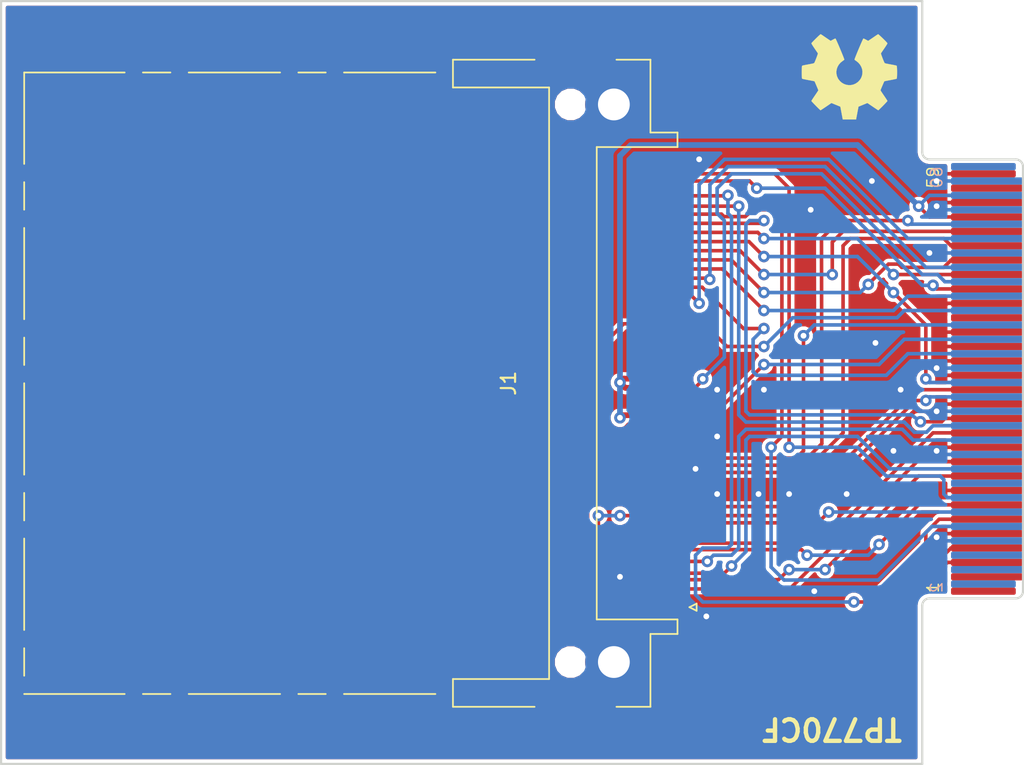
<source format=kicad_pcb>
(kicad_pcb (version 20171130) (host pcbnew 5.0.2+dfsg1-1)

  (general
    (thickness 0.8)
    (drawings 17)
    (tracks 450)
    (zones 0)
    (modules 3)
    (nets 45)
  )

  (page A4)
  (layers
    (0 F.Cu signal hide)
    (31 B.Cu signal)
    (32 B.Adhes user hide)
    (33 F.Adhes user hide)
    (34 B.Paste user hide)
    (35 F.Paste user hide)
    (36 B.SilkS user)
    (37 F.SilkS user hide)
    (38 B.Mask user)
    (39 F.Mask user)
    (40 Dwgs.User user hide)
    (41 Cmts.User user hide)
    (42 Eco1.User user hide)
    (43 Eco2.User user hide)
    (44 Edge.Cuts user)
    (45 Margin user hide)
    (46 B.CrtYd user hide)
    (47 F.CrtYd user hide)
    (48 B.Fab user hide)
    (49 F.Fab user hide)
  )

  (setup
    (last_trace_width 0.25)
    (trace_clearance 0.2)
    (zone_clearance 0.25)
    (zone_45_only no)
    (trace_min 0.2)
    (segment_width 0.2)
    (edge_width 0.15)
    (via_size 0.8)
    (via_drill 0.4)
    (via_min_size 0.4)
    (via_min_drill 0.3)
    (uvia_size 0.3)
    (uvia_drill 0.1)
    (uvias_allowed no)
    (uvia_min_size 0.2)
    (uvia_min_drill 0.1)
    (pcb_text_width 0.3)
    (pcb_text_size 1.5 1.5)
    (mod_edge_width 0.15)
    (mod_text_size 1 1)
    (mod_text_width 0.15)
    (pad_size 1.7 1.7)
    (pad_drill 1.7)
    (pad_to_mask_clearance 0.051)
    (solder_mask_min_width 0.25)
    (aux_axis_origin 0 0)
    (visible_elements FFFFFF7F)
    (pcbplotparams
      (layerselection 0x010fc_ffffffff)
      (usegerberextensions false)
      (usegerberattributes false)
      (usegerberadvancedattributes false)
      (creategerberjobfile false)
      (excludeedgelayer true)
      (linewidth 0.100000)
      (plotframeref false)
      (viasonmask false)
      (mode 1)
      (useauxorigin false)
      (hpglpennumber 1)
      (hpglpenspeed 20)
      (hpglpendiameter 15.000000)
      (psnegative false)
      (psa4output false)
      (plotreference true)
      (plotvalue true)
      (plotinvisibletext false)
      (padsonsilk false)
      (subtractmaskfromsilk false)
      (outputformat 1)
      (mirror false)
      (drillshape 1)
      (scaleselection 1)
      (outputdirectory "./"))
  )

  (net 0 "")
  (net 1 "Net-(J1-Pad2)")
  (net 2 "Net-(J1-Pad27)")
  (net 3 "Net-(J1-Pad3)")
  (net 4 "Net-(J1-Pad28)")
  (net 5 "Net-(J1-Pad4)")
  (net 6 "Net-(J1-Pad29)")
  (net 7 "Net-(J1-Pad5)")
  (net 8 "Net-(J1-Pad30)")
  (net 9 "Net-(J1-Pad6)")
  (net 10 "Net-(J1-Pad31)")
  (net 11 "Net-(J1-Pad7)")
  (net 12 "Net-(J1-Pad32)")
  (net 13 "Net-(J1-Pad33)")
  (net 14 "Net-(J1-Pad34)")
  (net 15 "Net-(J1-Pad35)")
  (net 16 "Net-(J1-Pad37)")
  (net 17 "Net-(J1-Pad40)")
  (net 18 "Net-(J1-Pad41)")
  (net 19 "Net-(J1-Pad42)")
  (net 20 "Net-(J1-Pad18)")
  (net 21 "Net-(J1-Pad43)")
  (net 22 "Net-(J1-Pad19)")
  (net 23 "Net-(J1-Pad20)")
  (net 24 "Net-(J1-Pad45)")
  (net 25 "Net-(J1-Pad21)")
  (net 26 "Net-(J1-Pad46)")
  (net 27 "Net-(J1-Pad22)")
  (net 28 "Net-(J1-Pad47)")
  (net 29 "Net-(J1-Pad23)")
  (net 30 "Net-(J1-Pad48)")
  (net 31 "Net-(J1-Pad24)")
  (net 32 "Net-(J1-Pad49)")
  (net 33 "Net-(J2-Pad60)")
  (net 34 "Net-(J2-Pad16)")
  (net 35 "Net-(J2-Pad6)")
  (net 36 "Net-(J2-Pad4)")
  (net 37 "Net-(J2-Pad2)")
  (net 38 "Net-(J2-Pad1)")
  (net 39 "Net-(J2-Pad3)")
  (net 40 "Net-(J2-Pad39)")
  (net 41 GND)
  (net 42 +5V)
  (net 43 "Net-(J1-Pad44)")
  (net 44 "Net-(J2-Pad57)")

  (net_class Default "This is the default net class."
    (clearance 0.2)
    (trace_width 0.25)
    (via_dia 0.8)
    (via_drill 0.4)
    (uvia_dia 0.3)
    (uvia_drill 0.1)
    (add_net +5V)
    (add_net GND)
    (add_net "Net-(J1-Pad18)")
    (add_net "Net-(J1-Pad19)")
    (add_net "Net-(J1-Pad2)")
    (add_net "Net-(J1-Pad20)")
    (add_net "Net-(J1-Pad21)")
    (add_net "Net-(J1-Pad22)")
    (add_net "Net-(J1-Pad23)")
    (add_net "Net-(J1-Pad24)")
    (add_net "Net-(J1-Pad27)")
    (add_net "Net-(J1-Pad28)")
    (add_net "Net-(J1-Pad29)")
    (add_net "Net-(J1-Pad3)")
    (add_net "Net-(J1-Pad30)")
    (add_net "Net-(J1-Pad31)")
    (add_net "Net-(J1-Pad32)")
    (add_net "Net-(J1-Pad33)")
    (add_net "Net-(J1-Pad34)")
    (add_net "Net-(J1-Pad35)")
    (add_net "Net-(J1-Pad37)")
    (add_net "Net-(J1-Pad4)")
    (add_net "Net-(J1-Pad40)")
    (add_net "Net-(J1-Pad41)")
    (add_net "Net-(J1-Pad42)")
    (add_net "Net-(J1-Pad43)")
    (add_net "Net-(J1-Pad44)")
    (add_net "Net-(J1-Pad45)")
    (add_net "Net-(J1-Pad46)")
    (add_net "Net-(J1-Pad47)")
    (add_net "Net-(J1-Pad48)")
    (add_net "Net-(J1-Pad49)")
    (add_net "Net-(J1-Pad5)")
    (add_net "Net-(J1-Pad6)")
    (add_net "Net-(J1-Pad7)")
    (add_net "Net-(J2-Pad1)")
    (add_net "Net-(J2-Pad16)")
    (add_net "Net-(J2-Pad2)")
    (add_net "Net-(J2-Pad3)")
    (add_net "Net-(J2-Pad39)")
    (add_net "Net-(J2-Pad4)")
    (add_net "Net-(J2-Pad57)")
    (add_net "Net-(J2-Pad6)")
    (add_net "Net-(J2-Pad60)")
  )

  (module TP770IDE:TP770IDE (layer F.Cu) (tedit 61EA2A0A) (tstamp 61FE7369)
    (at 182.20348 79.042703)
    (path /61E681B5)
    (fp_text reference J2 (at -3.67848 -14.242703 90) (layer F.SilkS) hide
      (effects (font (size 1 1) (thickness 0.15)))
    )
    (fp_text value TP770IDE (at -4 -11 90) (layer F.Fab)
      (effects (font (size 1 1) (thickness 0.15)))
    )
    (pad 59 connect roundrect (at 0.04652 -15.042703 180) (size 4.5 0.5) (layers F.Cu F.Mask) (roundrect_rratio 0.25)
      (net 41 GND))
    (pad 57 connect roundrect (at 0.29652 -14.042703 180) (size 5 0.5) (layers F.Cu F.Mask) (roundrect_rratio 0.25)
      (net 44 "Net-(J2-Pad57)"))
    (pad 55 connect roundrect (at 0.29652 -13.042703 180) (size 5 0.5) (layers F.Cu F.Mask) (roundrect_rratio 0.25)
      (net 41 GND))
    (pad 53 connect roundrect (at 0.29652 -12.042703 180) (size 5 0.5) (layers F.Cu F.Mask) (roundrect_rratio 0.25)
      (net 42 +5V))
    (pad 51 connect roundrect (at 0.29652 -11.042703 180) (size 5 0.5) (layers F.Cu F.Mask) (roundrect_rratio 0.25)
      (net 24 "Net-(J1-Pad45)"))
    (pad 49 connect roundrect (at 0.29652 -10.042703 180) (size 5 0.5) (layers F.Cu F.Mask) (roundrect_rratio 0.25)
      (net 11 "Net-(J1-Pad7)"))
    (pad 47 connect roundrect (at 0.29652 -9.042703 180) (size 5 0.5) (layers F.Cu F.Mask) (roundrect_rratio 0.25)
      (net 23 "Net-(J1-Pad20)"))
    (pad 45 connect roundrect (at 0.29652 -8.042703 180) (size 5 0.5) (layers F.Cu F.Mask) (roundrect_rratio 0.25)
      (net 26 "Net-(J1-Pad46)"))
    (pad 43 connect roundrect (at 0.29652 -7.042703 180) (size 5 0.5) (layers F.Cu F.Mask) (roundrect_rratio 0.25)
      (net 31 "Net-(J1-Pad24)"))
    (pad 41 connect roundrect (at 0.29652 -6.042703 180) (size 5 0.5) (layers F.Cu F.Mask) (roundrect_rratio 0.25)
      (net 41 GND))
    (pad 39 connect roundrect (at 0.29652 -5.042703 180) (size 5 0.5) (layers F.Cu F.Mask) (roundrect_rratio 0.25)
      (net 40 "Net-(J2-Pad39)"))
    (pad 37 connect roundrect (at 0.29652 -4.042703 180) (size 5 0.5) (layers F.Cu F.Mask) (roundrect_rratio 0.25)
      (net 41 GND))
    (pad 35 connect roundrect (at 0.29652 -3.042703 180) (size 5 0.5) (layers F.Cu F.Mask) (roundrect_rratio 0.25)
      (net 41 GND))
    (pad 33 connect roundrect (at 0.29652 -2.042703 180) (size 5 0.5) (layers F.Cu F.Mask) (roundrect_rratio 0.25)
      (net 41 GND))
    (pad 31 connect roundrect (at 0.29652 -1.042703 180) (size 5 0.5) (layers F.Cu F.Mask) (roundrect_rratio 0.25)
      (net 41 GND))
    (pad 29 connect roundrect (at 0.29652 -0.042703 180) (size 5 0.5) (layers F.Cu F.Mask) (roundrect_rratio 0.25)
      (net 10 "Net-(J1-Pad31)"))
    (pad 27 connect roundrect (at 0.29652 0.957297 180) (size 5 0.5) (layers F.Cu F.Mask) (roundrect_rratio 0.25)
      (net 41 GND))
    (pad 25 connect roundrect (at 0.29652 1.957297 180) (size 5 0.5) (layers F.Cu F.Mask) (roundrect_rratio 0.25)
      (net 27 "Net-(J1-Pad22)"))
    (pad 23 connect roundrect (at 0.29652 2.957297 180) (size 5 0.5) (layers F.Cu F.Mask) (roundrect_rratio 0.25)
      (net 6 "Net-(J1-Pad29)"))
    (pad 21 connect roundrect (at 0.29652 3.957297 180) (size 5 0.5) (layers F.Cu F.Mask) (roundrect_rratio 0.25)
      (net 41 GND))
    (pad 19 connect roundrect (at 0.29652 4.957297 180) (size 5 0.5) (layers F.Cu F.Mask) (roundrect_rratio 0.25)
      (net 1 "Net-(J1-Pad2)"))
    (pad 17 connect roundrect (at 0.29652 5.957297 180) (size 5 0.5) (layers F.Cu F.Mask) (roundrect_rratio 0.25)
      (net 2 "Net-(J1-Pad27)"))
    (pad 15 connect roundrect (at 0.29652 6.957297 180) (size 5 0.5) (layers F.Cu F.Mask) (roundrect_rratio 0.25)
      (net 41 GND))
    (pad 13 connect roundrect (at 0.29652 7.957297 180) (size 5 0.5) (layers F.Cu F.Mask) (roundrect_rratio 0.25)
      (net 5 "Net-(J1-Pad4)"))
    (pad 11 connect roundrect (at 0.29652 8.957297 180) (size 5 0.5) (layers F.Cu F.Mask) (roundrect_rratio 0.25)
      (net 30 "Net-(J1-Pad48)"))
    (pad 9 connect roundrect (at 0.29652 9.957297 180) (size 5 0.5) (layers F.Cu F.Mask) (roundrect_rratio 0.25)
      (net 41 GND))
    (pad 7 connect roundrect (at 0.29652 10.957297 180) (size 5 0.5) (layers F.Cu F.Mask) (roundrect_rratio 0.25)
      (net 9 "Net-(J1-Pad6)"))
    (pad 5 connect roundrect (at 0.29652 11.957297 180) (size 5 0.5) (layers F.Cu F.Mask) (roundrect_rratio 0.25)
      (net 18 "Net-(J1-Pad41)"))
    (pad 3 connect roundrect (at 0.29652 12.957297 180) (size 5 0.5) (layers F.Cu F.Mask) (roundrect_rratio 0.25)
      (net 39 "Net-(J2-Pad3)"))
    (pad 1 connect roundrect (at 0.04652 13.957297 180) (size 4.5 0.5) (layers F.Cu F.Mask) (roundrect_rratio 0.25)
      (net 38 "Net-(J2-Pad1)"))
    (pad 2 connect roundrect (at 0.04652 13.457297 180) (size 4.5 0.5) (layers B.Cu B.Mask) (roundrect_rratio 0.25)
      (net 37 "Net-(J2-Pad2)"))
    (pad 4 connect roundrect (at 0.29652 12.457297 180) (size 5 0.5) (layers B.Cu B.Mask) (roundrect_rratio 0.25)
      (net 36 "Net-(J2-Pad4)"))
    (pad 6 connect roundrect (at 0.29652 11.457297 180) (size 5 0.5) (layers B.Cu B.Mask) (roundrect_rratio 0.25)
      (net 35 "Net-(J2-Pad6)"))
    (pad 8 connect roundrect (at 0.29652 10.457297 180) (size 5 0.5) (layers B.Cu B.Mask) (roundrect_rratio 0.25)
      (net 41 GND))
    (pad 10 connect roundrect (at 0.29652 9.457297 180) (size 5 0.5) (layers B.Cu B.Mask) (roundrect_rratio 0.25)
      (net 28 "Net-(J1-Pad47)"))
    (pad 12 connect roundrect (at 0.29652 8.457297 180) (size 5 0.5) (layers B.Cu B.Mask) (roundrect_rratio 0.25)
      (net 7 "Net-(J1-Pad5)"))
    (pad 14 connect roundrect (at 0.29652 7.457297 180) (size 5 0.5) (layers B.Cu B.Mask) (roundrect_rratio 0.25)
      (net 32 "Net-(J1-Pad49)"))
    (pad 16 connect roundrect (at 0.29652 6.457297 180) (size 5 0.5) (layers B.Cu B.Mask) (roundrect_rratio 0.25)
      (net 34 "Net-(J2-Pad16)"))
    (pad 18 connect roundrect (at 0.29652 5.457297 180) (size 5 0.5) (layers B.Cu B.Mask) (roundrect_rratio 0.25)
      (net 3 "Net-(J1-Pad3)"))
    (pad 20 connect roundrect (at 0.29652 4.457297 180) (size 5 0.5) (layers B.Cu B.Mask) (roundrect_rratio 0.25)
      (net 41 GND))
    (pad 22 connect roundrect (at 0.29652 3.457297 180) (size 5 0.5) (layers B.Cu B.Mask) (roundrect_rratio 0.25)
      (net 4 "Net-(J1-Pad28)"))
    (pad 24 connect roundrect (at 0.29652 2.457297 180) (size 5 0.5) (layers B.Cu B.Mask) (roundrect_rratio 0.25)
      (net 29 "Net-(J1-Pad23)"))
    (pad 26 connect roundrect (at 0.29652 1.457297 180) (size 5 0.5) (layers B.Cu B.Mask) (roundrect_rratio 0.25)
      (net 41 GND))
    (pad 28 connect roundrect (at 0.29652 0.457297 180) (size 5 0.5) (layers B.Cu B.Mask) (roundrect_rratio 0.25)
      (net 8 "Net-(J1-Pad30)"))
    (pad 30 connect roundrect (at 0.29652 -0.542703 180) (size 5 0.5) (layers B.Cu B.Mask) (roundrect_rratio 0.25)
      (net 25 "Net-(J1-Pad21)"))
    (pad 32 connect roundrect (at 0.29652 -1.542703 180) (size 5 0.5) (layers B.Cu B.Mask) (roundrect_rratio 0.25)
      (net 41 GND))
    (pad 34 connect roundrect (at 0.29652 -2.542703 180) (size 5 0.5) (layers B.Cu B.Mask) (roundrect_rratio 0.25)
      (net 21 "Net-(J1-Pad43)"))
    (pad 36 connect roundrect (at 0.29652 -3.542703 180) (size 5 0.5) (layers B.Cu B.Mask) (roundrect_rratio 0.25)
      (net 15 "Net-(J1-Pad35)"))
    (pad 38 connect roundrect (at 0.29652 -4.542703 180) (size 5 0.5) (layers B.Cu B.Mask) (roundrect_rratio 0.25)
      (net 14 "Net-(J1-Pad34)"))
    (pad 40 connect roundrect (at 0.29652 -5.542703 180) (size 5 0.5) (layers B.Cu B.Mask) (roundrect_rratio 0.25)
      (net 19 "Net-(J1-Pad42)"))
    (pad 42 connect roundrect (at 0.29652 -6.542703 180) (size 5 0.5) (layers B.Cu B.Mask) (roundrect_rratio 0.25)
      (net 43 "Net-(J1-Pad44)"))
    (pad 44 connect roundrect (at 0.29652 -7.542703 180) (size 5 0.5) (layers B.Cu B.Mask) (roundrect_rratio 0.25)
      (net 16 "Net-(J1-Pad37)"))
    (pad 46 connect roundrect (at 0.29652 -8.542703 180) (size 5 0.5) (layers B.Cu B.Mask) (roundrect_rratio 0.25)
      (net 22 "Net-(J1-Pad19)"))
    (pad 48 connect roundrect (at 0.29652 -9.542703 180) (size 5 0.5) (layers B.Cu B.Mask) (roundrect_rratio 0.25)
      (net 41 GND))
    (pad 50 connect roundrect (at 0.29652 -10.542703 180) (size 5 0.5) (layers B.Cu B.Mask) (roundrect_rratio 0.25)
      (net 20 "Net-(J1-Pad18)"))
    (pad 52 connect roundrect (at 0.29652 -11.542703 180) (size 5 0.5) (layers B.Cu B.Mask) (roundrect_rratio 0.25)
      (net 12 "Net-(J1-Pad32)"))
    (pad 54 connect roundrect (at 0.29652 -12.542703 180) (size 5 0.5) (layers B.Cu B.Mask) (roundrect_rratio 0.25)
      (net 41 GND))
    (pad 56 connect roundrect (at 0.29652 -13.542703 180) (size 5 0.5) (layers B.Cu B.Mask) (roundrect_rratio 0.25)
      (net 42 +5V))
    (pad 58 connect roundrect (at 0.29652 -14.542703 180) (size 5 0.5) (layers B.Cu B.Mask) (roundrect_rratio 0.25)
      (net 41 GND))
    (pad 60 connect roundrect (at 0.04652 -15.542703 180) (size 4.5 0.5) (layers B.Cu B.Mask) (roundrect_rratio 0.25)
      (net 33 "Net-(J2-Pad60)"))
  )

  (module Connector_Card:CF-Card_3M_N7E50-7516PK-20-WF (layer F.Cu) (tedit 61E6D64D) (tstamp 61FE6314)
    (at 156.4755 78.552 180)
    (descr "Compact Flash Card connector (https://multimedia.3m.com/mws/media/22365O/3mtm-cf-card-header-compactflashtm-type-i-sm-ts0662.pdf)")
    (tags "connector cf")
    (path /61E6857D)
    (attr smd)
    (fp_text reference J1 (at 7.22 0 270) (layer F.SilkS)
      (effects (font (size 1 1) (thickness 0.15)))
    )
    (fp_text value "CF Card" (at 10.39 0 270) (layer F.Fab)
      (effects (font (size 1 1) (thickness 0.15)))
    )
    (fp_text user %R (at 0.535 0 270) (layer F.Fab)
      (effects (font (size 1 1) (thickness 0.15)))
    )
    (fp_line (start -5.85 -15.31) (end -5.35 -15.56) (layer F.SilkS) (width 0.12))
    (fp_line (start -5.85 -15.81) (end -5.85 -15.31) (layer F.SilkS) (width 0.12))
    (fp_line (start -5.35 -15.56) (end -5.85 -15.81) (layer F.SilkS) (width 0.12))
    (fp_line (start 41.3 24.8) (end 41.3 -24.85) (layer F.CrtYd) (width 0.05))
    (fp_line (start -5.1 -24.85) (end 41.3 -24.85) (layer F.CrtYd) (width 0.05))
    (fp_line (start -5.1 24.8) (end 41.3 24.8) (layer F.CrtYd) (width 0.05))
    (fp_line (start 11.02 -21.5) (end 4.77 -21.5) (layer F.Fab) (width 0.1))
    (fp_line (start 4.77 -21.5) (end 4.32 -21.05) (layer F.Fab) (width 0.1))
    (fp_line (start 4.32 -21.05) (end 4.32 -20.55) (layer F.Fab) (width 0.1))
    (fp_line (start 11.02 21.5) (end 4.77 21.5) (layer F.Fab) (width 0.1))
    (fp_line (start 4.77 21.5) (end 4.37 21.1) (layer F.Fab) (width 0.1))
    (fp_line (start 4.37 21.1) (end 4.32 21.05) (layer F.Fab) (width 0.1))
    (fp_line (start 4.32 21.05) (end 4.32 20.6) (layer F.Fab) (width 0.1))
    (fp_line (start -2.53 22.4) (end 11.02 22.4) (layer F.Fab) (width 0.1))
    (fp_line (start 11.02 22.4) (end 11.02 20.6) (layer F.Fab) (width 0.1))
    (fp_line (start 11.02 20.6) (end 4.32 20.6) (layer F.Fab) (width 0.1))
    (fp_line (start 4.32 20.6) (end 4.32 -20.6) (layer F.Fab) (width 0.1))
    (fp_line (start 4.32 -20.6) (end 11.02 -20.6) (layer F.Fab) (width 0.1))
    (fp_line (start 11.02 -20.6) (end 11.02 -22.4) (layer F.Fab) (width 0.1))
    (fp_line (start 11.02 -22.4) (end -2.58 -22.4) (layer F.Fab) (width 0.1))
    (fp_line (start -2.58 -22.4) (end -2.58 -17.4) (layer F.Fab) (width 0.1))
    (fp_line (start -2.58 -17.4) (end -4.43 -17.4) (layer F.Fab) (width 0.1))
    (fp_line (start -4.43 -17.4) (end -4.43 -16.45) (layer F.Fab) (width 0.1))
    (fp_line (start -4.43 -16.45) (end 1.17 -16.45) (layer F.Fab) (width 0.1))
    (fp_line (start 1.17 -16.45) (end 1.17 16.5) (layer F.Fab) (width 0.1))
    (fp_line (start 1.17 16.5) (end -4.43 16.5) (layer F.Fab) (width 0.1))
    (fp_line (start -4.43 16.5) (end -4.43 17.35) (layer F.Fab) (width 0.1))
    (fp_line (start -4.43 17.35) (end -2.58 17.35) (layer F.Fab) (width 0.1))
    (fp_line (start -2.58 17.35) (end -2.58 22.4) (layer F.Fab) (width 0.1))
    (fp_line (start -2.58 22.4) (end -2.48 22.4) (layer F.Fab) (width 0.1))
    (fp_line (start 33.89 -21.59) (end 40.87 -21.59) (layer F.SilkS) (width 0.12))
    (fp_line (start 30.71 -21.59) (end 32.62 -21.59) (layer F.SilkS) (width 0.12))
    (fp_line (start 23.09 -21.59) (end 29.44 -21.59) (layer F.SilkS) (width 0.12))
    (fp_line (start 19.92 -21.59) (end 21.82 -21.59) (layer F.SilkS) (width 0.12))
    (fp_line (start 12.3 -21.59) (end 18.65 -21.59) (layer F.SilkS) (width 0.12))
    (fp_line (start 40.87 -18.41) (end 40.87 -20.32) (layer F.SilkS) (width 0.12))
    (fp_line (start 40.87 -10.79) (end 40.87 -17.14) (layer F.SilkS) (width 0.12))
    (fp_line (start 40.87 -7.62) (end 40.87 -9.53) (layer F.SilkS) (width 0.12))
    (fp_line (start 40.87 0) (end 40.87 -6.35) (layer F.SilkS) (width 0.12))
    (fp_line (start 40.87 3.17) (end 40.87 1.27) (layer F.SilkS) (width 0.12))
    (fp_line (start 40.87 10.79) (end 40.87 4.45) (layer F.SilkS) (width 0.12))
    (fp_line (start 40.87 13.97) (end 40.87 12.06) (layer F.SilkS) (width 0.12))
    (fp_line (start 40.87 21.59) (end 40.87 15.24) (layer F.SilkS) (width 0.12))
    (fp_line (start 33.89 21.59) (end 40.87 21.59) (layer F.SilkS) (width 0.12))
    (fp_line (start 30.71 21.59) (end 32.62 21.59) (layer F.SilkS) (width 0.12))
    (fp_line (start 23.09 21.59) (end 29.44 21.59) (layer F.SilkS) (width 0.12))
    (fp_line (start 19.92 21.59) (end 21.82 21.59) (layer F.SilkS) (width 0.12))
    (fp_line (start 12.3 21.59) (end 18.65 21.59) (layer F.SilkS) (width 0.12))
    (fp_line (start -1.1 -15.56) (end -0.1 -15.06) (layer F.Fab) (width 0.1))
    (fp_line (start -0.1 -15.06) (end -0.1 -16.06) (layer F.Fab) (width 0.1))
    (fp_line (start -0.1 -16.06) (end -1.1 -15.56) (layer F.Fab) (width 0.1))
    (fp_line (start 2.14 -0.64) (end 3.41 0.64) (layer F.Fab) (width 0.1))
    (fp_line (start 2.14 0.64) (end 3.41 -0.64) (layer F.Fab) (width 0.1))
    (fp_line (start 5.41 22.48) (end 11.08 22.48) (layer F.SilkS) (width 0.12))
    (fp_line (start 11.08 22.48) (end 11.08 20.55) (layer F.SilkS) (width 0.12))
    (fp_line (start 11.08 20.55) (end 4.4 20.55) (layer F.SilkS) (width 0.12))
    (fp_line (start 4.4 20.55) (end 4.4 -20.55) (layer F.SilkS) (width 0.12))
    (fp_line (start 4.4 -20.55) (end 11.08 -20.55) (layer F.SilkS) (width 0.12))
    (fp_line (start 11.08 -20.55) (end 11.08 -22.48) (layer F.SilkS) (width 0.12))
    (fp_line (start 11.08 -22.48) (end 5.41 -22.48) (layer F.SilkS) (width 0.12))
    (fp_line (start -0.28 22.48) (end -2.64 22.48) (layer F.SilkS) (width 0.12))
    (fp_line (start -2.64 22.48) (end -2.64 17.42) (layer F.SilkS) (width 0.12))
    (fp_line (start -2.64 17.42) (end -4.52 17.42) (layer F.SilkS) (width 0.12))
    (fp_line (start -4.52 17.42) (end -4.52 16.41) (layer F.SilkS) (width 0.12))
    (fp_line (start -4.52 16.41) (end 1.09 16.41) (layer F.SilkS) (width 0.12))
    (fp_line (start 1.09 16.41) (end 1.09 -16.41) (layer F.SilkS) (width 0.12))
    (fp_line (start 1.09 -16.41) (end -4.52 -16.41) (layer F.SilkS) (width 0.12))
    (fp_line (start -4.52 -16.41) (end -4.52 -17.42) (layer F.SilkS) (width 0.12))
    (fp_line (start -4.52 -17.42) (end -2.64 -17.42) (layer F.SilkS) (width 0.12))
    (fp_line (start -2.64 -17.42) (end -2.64 -22.48) (layer F.SilkS) (width 0.12))
    (fp_line (start -2.64 -22.48) (end -0.28 -22.48) (layer F.SilkS) (width 0.12))
    (fp_line (start -5.1 24.84) (end -5.1 -24.84) (layer F.CrtYd) (width 0.05))
    (pad 1 smd rect (at -3.1 -15.56 270) (size 0.41 3.51) (layers F.Cu F.Paste F.Mask)
      (net 41 GND))
    (pad 26 smd rect (at -3.1 -14.92 270) (size 0.41 3.51) (layers F.Cu F.Paste F.Mask)
      (net 41 GND))
    (pad 2 smd rect (at -3.1 -14.29 270) (size 0.41 3.51) (layers F.Cu F.Paste F.Mask)
      (net 1 "Net-(J1-Pad2)"))
    (pad 27 smd rect (at -3.1 -13.65 270) (size 0.41 3.51) (layers F.Cu F.Paste F.Mask)
      (net 2 "Net-(J1-Pad27)"))
    (pad 3 smd rect (at -3.1 -13.02 270) (size 0.41 3.51) (layers F.Cu F.Paste F.Mask)
      (net 3 "Net-(J1-Pad3)"))
    (pad 28 smd rect (at -3.1 -12.38 270) (size 0.41 3.51) (layers F.Cu F.Paste F.Mask)
      (net 4 "Net-(J1-Pad28)"))
    (pad 4 smd rect (at -3.1 -11.75 270) (size 0.41 3.51) (layers F.Cu F.Paste F.Mask)
      (net 5 "Net-(J1-Pad4)"))
    (pad 29 smd rect (at -3.1 -11.11 270) (size 0.41 3.51) (layers F.Cu F.Paste F.Mask)
      (net 6 "Net-(J1-Pad29)"))
    (pad 5 smd rect (at -3.1 -10.48 270) (size 0.41 3.51) (layers F.Cu F.Paste F.Mask)
      (net 7 "Net-(J1-Pad5)"))
    (pad 30 smd rect (at -3.1 -9.84 270) (size 0.41 3.51) (layers F.Cu F.Paste F.Mask)
      (net 8 "Net-(J1-Pad30)"))
    (pad 6 smd rect (at -3.1 -9.21 270) (size 0.41 3.51) (layers F.Cu F.Paste F.Mask)
      (net 9 "Net-(J1-Pad6)"))
    (pad 31 smd rect (at -3.1 -8.57 270) (size 0.41 3.51) (layers F.Cu F.Paste F.Mask)
      (net 10 "Net-(J1-Pad31)"))
    (pad 7 smd rect (at -3.1 -7.94 270) (size 0.41 3.51) (layers F.Cu F.Paste F.Mask)
      (net 11 "Net-(J1-Pad7)"))
    (pad 32 smd rect (at -3.1 -7.3 270) (size 0.41 3.51) (layers F.Cu F.Paste F.Mask)
      (net 12 "Net-(J1-Pad32)"))
    (pad 8 smd rect (at -3.1 -6.67 270) (size 0.41 3.51) (layers F.Cu F.Paste F.Mask)
      (net 41 GND))
    (pad 33 smd rect (at -3.1 -6.03 270) (size 0.41 3.51) (layers F.Cu F.Paste F.Mask)
      (net 13 "Net-(J1-Pad33)"))
    (pad 9 smd rect (at -3.1 -5.4 270) (size 0.41 3.51) (layers F.Cu F.Paste F.Mask)
      (net 41 GND))
    (pad 34 smd rect (at -3.1 -4.76 270) (size 0.41 3.51) (layers F.Cu F.Paste F.Mask)
      (net 14 "Net-(J1-Pad34)"))
    (pad 10 smd rect (at -3.1 -4.13 270) (size 0.41 3.51) (layers F.Cu F.Paste F.Mask)
      (net 41 GND))
    (pad 35 smd rect (at -3.1 -3.49 270) (size 0.41 3.51) (layers F.Cu F.Paste F.Mask)
      (net 15 "Net-(J1-Pad35)"))
    (pad 11 smd rect (at -3.1 -2.86 270) (size 0.41 3.51) (layers F.Cu F.Paste F.Mask)
      (net 41 GND))
    (pad 36 smd rect (at -3.1 -2.22 270) (size 0.41 3.51) (layers F.Cu F.Paste F.Mask)
      (net 42 +5V))
    (pad 12 smd rect (at -3.1 -1.59 270) (size 0.41 3.51) (layers F.Cu F.Paste F.Mask)
      (net 41 GND))
    (pad 37 smd rect (at -3.1 -0.95 270) (size 0.41 3.51) (layers F.Cu F.Paste F.Mask)
      (net 16 "Net-(J1-Pad37)"))
    (pad 13 smd rect (at -3.1 -0.32 270) (size 0.41 3.51) (layers F.Cu F.Paste F.Mask)
      (net 42 +5V))
    (pad 38 smd rect (at -3.1 0.32 270) (size 0.41 3.51) (layers F.Cu F.Paste F.Mask)
      (net 42 +5V))
    (pad 14 smd rect (at -3.1 0.95 270) (size 0.41 3.51) (layers F.Cu F.Paste F.Mask)
      (net 41 GND))
    (pad 39 smd rect (at -3.1 1.59 270) (size 0.41 3.51) (layers F.Cu F.Paste F.Mask)
      (net 41 GND))
    (pad 15 smd rect (at -3.1 2.22 270) (size 0.41 3.51) (layers F.Cu F.Paste F.Mask)
      (net 41 GND))
    (pad 40 smd rect (at -3.1 2.86 270) (size 0.41 3.51) (layers F.Cu F.Paste F.Mask)
      (net 17 "Net-(J1-Pad40)"))
    (pad 16 smd rect (at -3.1 3.49 270) (size 0.41 3.51) (layers F.Cu F.Paste F.Mask)
      (net 41 GND))
    (pad 41 smd rect (at -3.1 4.13 270) (size 0.41 3.51) (layers F.Cu F.Paste F.Mask)
      (net 18 "Net-(J1-Pad41)"))
    (pad 17 smd rect (at -3.1 4.76 270) (size 0.41 3.51) (layers F.Cu F.Paste F.Mask)
      (net 41 GND))
    (pad 42 smd rect (at -3.1 5.4 270) (size 0.41 3.51) (layers F.Cu F.Paste F.Mask)
      (net 19 "Net-(J1-Pad42)"))
    (pad 18 smd rect (at -3.1 6.03 270) (size 0.41 3.51) (layers F.Cu F.Paste F.Mask)
      (net 20 "Net-(J1-Pad18)"))
    (pad 43 smd rect (at -3.1 6.67 270) (size 0.41 3.51) (layers F.Cu F.Paste F.Mask)
      (net 21 "Net-(J1-Pad43)"))
    (pad 19 smd rect (at -3.1 7.3 270) (size 0.41 3.51) (layers F.Cu F.Paste F.Mask)
      (net 22 "Net-(J1-Pad19)"))
    (pad 44 smd rect (at -3.1 7.94 270) (size 0.41 3.51) (layers F.Cu F.Paste F.Mask)
      (net 43 "Net-(J1-Pad44)"))
    (pad 20 smd rect (at -3.1 8.57 270) (size 0.41 3.51) (layers F.Cu F.Paste F.Mask)
      (net 23 "Net-(J1-Pad20)"))
    (pad 45 smd rect (at -3.1 9.21 270) (size 0.41 3.51) (layers F.Cu F.Paste F.Mask)
      (net 24 "Net-(J1-Pad45)"))
    (pad 21 smd rect (at -3.1 9.84 270) (size 0.41 3.51) (layers F.Cu F.Paste F.Mask)
      (net 25 "Net-(J1-Pad21)"))
    (pad 46 smd rect (at -3.1 10.48 270) (size 0.41 3.51) (layers F.Cu F.Paste F.Mask)
      (net 26 "Net-(J1-Pad46)"))
    (pad 22 smd rect (at -3.1 11.11 270) (size 0.41 3.51) (layers F.Cu F.Paste F.Mask)
      (net 27 "Net-(J1-Pad22)"))
    (pad 47 smd rect (at -3.1 11.75 270) (size 0.41 3.51) (layers F.Cu F.Paste F.Mask)
      (net 28 "Net-(J1-Pad47)"))
    (pad 23 smd rect (at -3.1 12.38 270) (size 0.41 3.51) (layers F.Cu F.Paste F.Mask)
      (net 29 "Net-(J1-Pad23)"))
    (pad 48 smd rect (at -3.1 13.02 270) (size 0.41 3.51) (layers F.Cu F.Paste F.Mask)
      (net 30 "Net-(J1-Pad48)"))
    (pad 24 smd rect (at -3.1 13.65 270) (size 0.41 3.51) (layers F.Cu F.Paste F.Mask)
      (net 31 "Net-(J1-Pad24)"))
    (pad 49 smd rect (at -3.1 14.29 270) (size 0.41 3.51) (layers F.Cu F.Paste F.Mask)
      (net 32 "Net-(J1-Pad49)"))
    (pad 25 smd rect (at -3.1 14.92 270) (size 0.41 3.51) (layers F.Cu F.Paste F.Mask)
      (net 41 GND))
    (pad 50 smd rect (at -3.1 15.56 270) (size 0.41 3.51) (layers F.Cu F.Paste F.Mask)
      (net 41 GND))
    (pad "" thru_hole circle (at -0.1 19.37 270) (size 3.99 3.99) (drill 2.21) (layers F.Cu F.Mask))
    (pad "" thru_hole circle (at -0.1 -19.37 270) (size 3.99 3.99) (drill 2.21) (layers F.Cu F.Mask))
    (pad "" np_thru_hole circle (at 2.9 19.37 270) (size 1.7 1.7) (drill 1.7) (layers F.Cu F.Mask))
    (pad "" np_thru_hole circle (at 2.9 -19.37 270) (size 1.7 1.7) (drill 1.7) (layers F.Cu F.Mask))
    (pad "" smd rect (at 2.57 -23.34 270) (size 2.49 4.57) (layers F.Cu F.Paste F.Mask))
    (pad "" smd rect (at 2.57 23.34 270) (size 2.49 4.57) (layers F.Cu F.Paste F.Mask))
    (model ${KISYS3DMOD}/Connector_Card.3dshapes/CF-Card_3M_N7E50-7516PK-20-WF.wrl
      (at (xyz 0 0 0))
      (scale (xyz 1 1 1))
      (rotate (xyz 0 0 0))
    )
  )

  (module Symbol:OSHW-Symbol_6.7x6mm_SilkScreen (layer F.Cu) (tedit 0) (tstamp 61F6A954)
    (at 172.95 57.25 180)
    (descr "Open Source Hardware Symbol")
    (tags "Logo Symbol OSHW")
    (attr virtual)
    (fp_text reference REF** (at 0 0 180) (layer F.SilkS) hide
      (effects (font (size 1 1) (thickness 0.15)))
    )
    (fp_text value OSHW-Symbol_6.7x6mm_SilkScreen (at 0.75 0 180) (layer F.Fab) hide
      (effects (font (size 1 1) (thickness 0.15)))
    )
    (fp_poly (pts (xy 0.555814 -2.531069) (xy 0.639635 -2.086445) (xy 0.94892 -1.958947) (xy 1.258206 -1.831449)
      (xy 1.629246 -2.083754) (xy 1.733157 -2.154004) (xy 1.827087 -2.216728) (xy 1.906652 -2.269062)
      (xy 1.96747 -2.308143) (xy 2.005157 -2.331107) (xy 2.015421 -2.336058) (xy 2.03391 -2.323324)
      (xy 2.07342 -2.288118) (xy 2.129522 -2.234938) (xy 2.197787 -2.168282) (xy 2.273786 -2.092646)
      (xy 2.353092 -2.012528) (xy 2.431275 -1.932426) (xy 2.503907 -1.856836) (xy 2.566559 -1.790255)
      (xy 2.614803 -1.737182) (xy 2.64421 -1.702113) (xy 2.651241 -1.690377) (xy 2.641123 -1.66874)
      (xy 2.612759 -1.621338) (xy 2.569129 -1.552807) (xy 2.513218 -1.467785) (xy 2.448006 -1.370907)
      (xy 2.410219 -1.31565) (xy 2.341343 -1.214752) (xy 2.28014 -1.123701) (xy 2.229578 -1.04703)
      (xy 2.192628 -0.989272) (xy 2.172258 -0.954957) (xy 2.169197 -0.947746) (xy 2.176136 -0.927252)
      (xy 2.195051 -0.879487) (xy 2.223087 -0.811168) (xy 2.257391 -0.729011) (xy 2.295109 -0.63973)
      (xy 2.333387 -0.550042) (xy 2.36937 -0.466662) (xy 2.400206 -0.396306) (xy 2.423039 -0.34569)
      (xy 2.435017 -0.321529) (xy 2.435724 -0.320578) (xy 2.454531 -0.315964) (xy 2.504618 -0.305672)
      (xy 2.580793 -0.290713) (xy 2.677865 -0.272099) (xy 2.790643 -0.250841) (xy 2.856442 -0.238582)
      (xy 2.97695 -0.215638) (xy 3.085797 -0.193805) (xy 3.177476 -0.174278) (xy 3.246481 -0.158252)
      (xy 3.287304 -0.146921) (xy 3.295511 -0.143326) (xy 3.303548 -0.118994) (xy 3.310033 -0.064041)
      (xy 3.31497 0.015108) (xy 3.318364 0.112026) (xy 3.320218 0.220287) (xy 3.320538 0.333465)
      (xy 3.319327 0.445135) (xy 3.31659 0.548868) (xy 3.312331 0.638241) (xy 3.306555 0.706826)
      (xy 3.299267 0.748197) (xy 3.294895 0.75681) (xy 3.268764 0.767133) (xy 3.213393 0.781892)
      (xy 3.136107 0.799352) (xy 3.04423 0.81778) (xy 3.012158 0.823741) (xy 2.857524 0.852066)
      (xy 2.735375 0.874876) (xy 2.641673 0.89308) (xy 2.572384 0.907583) (xy 2.523471 0.919292)
      (xy 2.490897 0.929115) (xy 2.470628 0.937956) (xy 2.458626 0.946724) (xy 2.456947 0.948457)
      (xy 2.440184 0.976371) (xy 2.414614 1.030695) (xy 2.382788 1.104777) (xy 2.34726 1.191965)
      (xy 2.310583 1.285608) (xy 2.275311 1.379052) (xy 2.243996 1.465647) (xy 2.219193 1.53874)
      (xy 2.203454 1.591678) (xy 2.199332 1.617811) (xy 2.199676 1.618726) (xy 2.213641 1.640086)
      (xy 2.245322 1.687084) (xy 2.291391 1.754827) (xy 2.348518 1.838423) (xy 2.413373 1.932982)
      (xy 2.431843 1.959854) (xy 2.497699 2.057275) (xy 2.55565 2.146163) (xy 2.602538 2.221412)
      (xy 2.635207 2.27792) (xy 2.6505 2.310581) (xy 2.651241 2.314593) (xy 2.638392 2.335684)
      (xy 2.602888 2.377464) (xy 2.549293 2.435445) (xy 2.482171 2.505135) (xy 2.406087 2.582045)
      (xy 2.325604 2.661683) (xy 2.245287 2.739561) (xy 2.169699 2.811186) (xy 2.103405 2.87207)
      (xy 2.050969 2.917721) (xy 2.016955 2.94365) (xy 2.007545 2.947883) (xy 1.985643 2.937912)
      (xy 1.9408 2.91102) (xy 1.880321 2.871736) (xy 1.833789 2.840117) (xy 1.749475 2.782098)
      (xy 1.649626 2.713784) (xy 1.549473 2.645579) (xy 1.495627 2.609075) (xy 1.313371 2.4858)
      (xy 1.160381 2.56852) (xy 1.090682 2.604759) (xy 1.031414 2.632926) (xy 0.991311 2.648991)
      (xy 0.981103 2.651226) (xy 0.968829 2.634722) (xy 0.944613 2.588082) (xy 0.910263 2.515609)
      (xy 0.867588 2.421606) (xy 0.818394 2.310374) (xy 0.76449 2.186215) (xy 0.707684 2.053432)
      (xy 0.649782 1.916327) (xy 0.592593 1.779202) (xy 0.537924 1.646358) (xy 0.487584 1.522098)
      (xy 0.44338 1.410725) (xy 0.407119 1.316539) (xy 0.380609 1.243844) (xy 0.365658 1.196941)
      (xy 0.363254 1.180833) (xy 0.382311 1.160286) (xy 0.424036 1.126933) (xy 0.479706 1.087702)
      (xy 0.484378 1.084599) (xy 0.628264 0.969423) (xy 0.744283 0.835053) (xy 0.83143 0.685784)
      (xy 0.888699 0.525913) (xy 0.915086 0.359737) (xy 0.909585 0.191552) (xy 0.87119 0.025655)
      (xy 0.798895 -0.133658) (xy 0.777626 -0.168513) (xy 0.666996 -0.309263) (xy 0.536302 -0.422286)
      (xy 0.390064 -0.506997) (xy 0.232808 -0.562806) (xy 0.069057 -0.589126) (xy -0.096667 -0.58537)
      (xy -0.259838 -0.55095) (xy -0.415935 -0.485277) (xy -0.560433 -0.387765) (xy -0.605131 -0.348187)
      (xy -0.718888 -0.224297) (xy -0.801782 -0.093876) (xy -0.858644 0.052315) (xy -0.890313 0.197088)
      (xy -0.898131 0.35986) (xy -0.872062 0.52344) (xy -0.814755 0.682298) (xy -0.728856 0.830906)
      (xy -0.617014 0.963735) (xy -0.481877 1.075256) (xy -0.464117 1.087011) (xy -0.40785 1.125508)
      (xy -0.365077 1.158863) (xy -0.344628 1.18016) (xy -0.344331 1.180833) (xy -0.348721 1.203871)
      (xy -0.366124 1.256157) (xy -0.394732 1.33339) (xy -0.432735 1.431268) (xy -0.478326 1.545491)
      (xy -0.529697 1.671758) (xy -0.585038 1.805767) (xy -0.642542 1.943218) (xy -0.700399 2.079808)
      (xy -0.756802 2.211237) (xy -0.809942 2.333205) (xy -0.85801 2.441409) (xy -0.899199 2.531549)
      (xy -0.931699 2.599323) (xy -0.953703 2.64043) (xy -0.962564 2.651226) (xy -0.98964 2.642819)
      (xy -1.040303 2.620272) (xy -1.105817 2.587613) (xy -1.141841 2.56852) (xy -1.294832 2.4858)
      (xy -1.477088 2.609075) (xy -1.570125 2.672228) (xy -1.671985 2.741727) (xy -1.767438 2.807165)
      (xy -1.81525 2.840117) (xy -1.882495 2.885273) (xy -1.939436 2.921057) (xy -1.978646 2.942938)
      (xy -1.991381 2.947563) (xy -2.009917 2.935085) (xy -2.050941 2.900252) (xy -2.110475 2.846678)
      (xy -2.184542 2.777983) (xy -2.269165 2.697781) (xy -2.322685 2.646286) (xy -2.416319 2.554286)
      (xy -2.497241 2.471999) (xy -2.562177 2.402945) (xy -2.607858 2.350644) (xy -2.631011 2.318616)
      (xy -2.633232 2.312116) (xy -2.622924 2.287394) (xy -2.594439 2.237405) (xy -2.550937 2.167212)
      (xy -2.495577 2.081875) (xy -2.43152 1.986456) (xy -2.413303 1.959854) (xy -2.346927 1.863167)
      (xy -2.287378 1.776117) (xy -2.237984 1.703595) (xy -2.202075 1.650493) (xy -2.182981 1.621703)
      (xy -2.181136 1.618726) (xy -2.183895 1.595782) (xy -2.198538 1.545336) (xy -2.222513 1.474041)
      (xy -2.253266 1.388547) (xy -2.288244 1.295507) (xy -2.324893 1.201574) (xy -2.360661 1.113399)
      (xy -2.392994 1.037634) (xy -2.419338 0.980931) (xy -2.437142 0.949943) (xy -2.438407 0.948457)
      (xy -2.449294 0.939601) (xy -2.467682 0.930843) (xy -2.497606 0.921277) (xy -2.543103 0.909996)
      (xy -2.608209 0.896093) (xy -2.696961 0.878663) (xy -2.813393 0.856798) (xy -2.961542 0.829591)
      (xy -2.993618 0.823741) (xy -3.088686 0.805374) (xy -3.171565 0.787405) (xy -3.23493 0.771569)
      (xy -3.271458 0.7596) (xy -3.276356 0.75681) (xy -3.284427 0.732072) (xy -3.290987 0.67679)
      (xy -3.296033 0.597389) (xy -3.299559 0.500296) (xy -3.301561 0.391938) (xy -3.302036 0.27874)
      (xy -3.300977 0.167128) (xy -3.298382 0.063529) (xy -3.294246 -0.025632) (xy -3.288563 -0.093928)
      (xy -3.281331 -0.134934) (xy -3.276971 -0.143326) (xy -3.252698 -0.151792) (xy -3.197426 -0.165565)
      (xy -3.116662 -0.18345) (xy -3.015912 -0.204252) (xy -2.900683 -0.226777) (xy -2.837902 -0.238582)
      (xy -2.718787 -0.260849) (xy -2.612565 -0.281021) (xy -2.524427 -0.298085) (xy -2.459566 -0.311031)
      (xy -2.423174 -0.318845) (xy -2.417184 -0.320578) (xy -2.407061 -0.34011) (xy -2.385662 -0.387157)
      (xy -2.355839 -0.454997) (xy -2.320445 -0.536909) (xy -2.282332 -0.626172) (xy -2.244353 -0.716065)
      (xy -2.20936 -0.799865) (xy -2.180206 -0.870853) (xy -2.159743 -0.922306) (xy -2.150823 -0.947503)
      (xy -2.150657 -0.948604) (xy -2.160769 -0.968481) (xy -2.189117 -1.014223) (xy -2.232723 -1.081283)
      (xy -2.288606 -1.165116) (xy -2.353787 -1.261174) (xy -2.391679 -1.31635) (xy -2.460725 -1.417519)
      (xy -2.52205 -1.50937) (xy -2.572663 -1.587256) (xy -2.609571 -1.646531) (xy -2.629782 -1.682549)
      (xy -2.632701 -1.690623) (xy -2.620153 -1.709416) (xy -2.585463 -1.749543) (xy -2.533063 -1.806507)
      (xy -2.467384 -1.875815) (xy -2.392856 -1.952969) (xy -2.313913 -2.033475) (xy -2.234983 -2.112837)
      (xy -2.1605 -2.18656) (xy -2.094894 -2.250148) (xy -2.042596 -2.299106) (xy -2.008039 -2.328939)
      (xy -1.996478 -2.336058) (xy -1.977654 -2.326047) (xy -1.932631 -2.297922) (xy -1.865787 -2.254546)
      (xy -1.781499 -2.198782) (xy -1.684144 -2.133494) (xy -1.610707 -2.083754) (xy -1.239667 -1.831449)
      (xy -0.621095 -2.086445) (xy -0.537275 -2.531069) (xy -0.453454 -2.975693) (xy 0.471994 -2.975693)
      (xy 0.555814 -2.531069)) (layer F.SilkS) (width 0.01))
  )

  (gr_text 60 (at 179 64.25 90) (layer B.SilkS) (tstamp 61F6E93F)
    (effects (font (size 0.8 0.8) (thickness 0.1)) (justify mirror))
  )
  (gr_text 59 (at 178.75 64.25 90) (layer F.SilkS) (tstamp 61F6DDA0)
    (effects (font (size 0.8 0.8) (thickness 0.1)))
  )
  (gr_text 2 (at 179 92.75 90) (layer B.SilkS) (tstamp 61F6D119)
    (effects (font (size 0.8 0.8) (thickness 0.1)) (justify mirror))
  )
  (gr_text 1 (at 178.75 92.75 90) (layer F.SilkS)
    (effects (font (size 0.8 0.8) (thickness 0.1)))
  )
  (gr_text TP770CF (at 171.7 102.575 180) (layer F.SilkS)
    (effects (font (size 1.5 1.5) (thickness 0.3)))
  )
  (gr_line (start 178 94) (end 178 105) (layer Edge.Cuts) (width 0.15))
  (gr_line (start 178.5 93.5) (end 184.5 93.5) (layer Edge.Cuts) (width 0.15))
  (gr_arc (start 178.5 94) (end 178.5 93.5) (angle -90) (layer Edge.Cuts) (width 0.15) (tstamp 61EA8A68))
  (gr_line (start 178 62.5) (end 178 52) (layer Edge.Cuts) (width 0.15))
  (gr_line (start 178.5 63) (end 184.5 63) (layer Edge.Cuts) (width 0.15))
  (gr_arc (start 178.5 62.5) (end 178 62.5) (angle -90) (layer Edge.Cuts) (width 0.15) (tstamp 61EA8A5C))
  (gr_line (start 185 63.5) (end 185 93) (layer Edge.Cuts) (width 0.15))
  (gr_arc (start 184.5 63.5) (end 185 63.5) (angle -90) (layer Edge.Cuts) (width 0.15))
  (gr_arc (start 184.5 93) (end 184.5 93.5) (angle -90) (layer Edge.Cuts) (width 0.15))
  (gr_line (start 114 105) (end 114 52) (layer Edge.Cuts) (width 0.15))
  (gr_line (start 178 105) (end 114 105) (layer Edge.Cuts) (width 0.15))
  (gr_line (start 114 52) (end 178 52) (layer Edge.Cuts) (width 0.15))

  (segment (start 178.5 84) (end 182.5 84) (width 0.25) (layer F.Cu) (net 1) (status 20))
  (segment (start 177.63641 84) (end 182.5 84) (width 0.25) (layer F.Cu) (net 1) (status 20))
  (segment (start 159.5755 92.842) (end 168.79441 92.842) (width 0.25) (layer F.Cu) (net 1) (status 10))
  (segment (start 168.79441 92.842) (end 177.63641 84) (width 0.25) (layer F.Cu) (net 1))
  (via (at 168.75 91.5) (size 0.8) (drill 0.4) (layers F.Cu B.Cu) (net 2))
  (segment (start 168.75 91.5) (end 171.25 91.5) (width 0.25) (layer B.Cu) (net 2))
  (via (at 171.25 91.5) (size 0.8) (drill 0.4) (layers F.Cu B.Cu) (net 2))
  (segment (start 177.75 85) (end 182.5 85) (width 0.25) (layer F.Cu) (net 2) (status 20))
  (segment (start 171.25 91.5) (end 177.75 85) (width 0.25) (layer F.Cu) (net 2))
  (segment (start 168 92.202) (end 159.5755 92.202) (width 0.25) (layer F.Cu) (net 2) (status 20))
  (segment (start 168.75 91.5) (end 168 92.202) (width 0.25) (layer F.Cu) (net 2))
  (segment (start 159.5755 91.572) (end 161.5805 91.572) (width 0.25) (layer F.Cu) (net 3) (status 10))
  (segment (start 161.5805 91.572) (end 161.7585 91.75) (width 0.25) (layer F.Cu) (net 3))
  (via (at 164.75 91.25) (size 0.8) (drill 0.4) (layers F.Cu B.Cu) (net 3))
  (segment (start 161.7585 91.75) (end 164.25 91.75) (width 0.25) (layer F.Cu) (net 3))
  (segment (start 164.25 91.75) (end 164.75 91.25) (width 0.25) (layer F.Cu) (net 3))
  (segment (start 175.75 84.5) (end 182.5 84.5) (width 0.25) (layer B.Cu) (net 3) (status 20))
  (segment (start 173.5 82.25) (end 175.75 84.5) (width 0.25) (layer B.Cu) (net 3))
  (segment (start 166 82.25) (end 173.5 82.25) (width 0.25) (layer B.Cu) (net 3))
  (segment (start 165.75 82.5) (end 166 82.25) (width 0.25) (layer B.Cu) (net 3))
  (segment (start 164.75 91.25) (end 165.75 90.25) (width 0.25) (layer B.Cu) (net 3))
  (segment (start 165.75 90.25) (end 165.75 82.5) (width 0.25) (layer B.Cu) (net 3))
  (via (at 163.068 90.932) (size 0.8) (drill 0.4) (layers F.Cu B.Cu) (net 4))
  (segment (start 159.5755 90.932) (end 163.068 90.932) (width 0.25) (layer F.Cu) (net 4) (status 10))
  (segment (start 177.36359 82.5) (end 182.5 82.5) (width 0.25) (layer B.Cu) (net 4) (status 20))
  (segment (start 176.61359 81.75) (end 177.36359 82.5) (width 0.25) (layer B.Cu) (net 4))
  (segment (start 165.75 81.75) (end 176.61359 81.75) (width 0.25) (layer B.Cu) (net 4))
  (segment (start 165.25 90) (end 165.25 82.25) (width 0.25) (layer B.Cu) (net 4))
  (segment (start 165.25 82.25) (end 165.75 81.75) (width 0.25) (layer B.Cu) (net 4))
  (segment (start 163.5 90.5) (end 164.75 90.5) (width 0.25) (layer B.Cu) (net 4))
  (segment (start 163.068 90.932) (end 163.5 90.5) (width 0.25) (layer B.Cu) (net 4))
  (segment (start 164.75 90.5) (end 165.25 90) (width 0.25) (layer B.Cu) (net 4))
  (segment (start 182.487347 87.012653) (end 182.5 87) (width 0.25) (layer F.Cu) (net 5) (status 30))
  (via (at 175 89.75) (size 0.8) (drill 0.4) (layers F.Cu B.Cu) (net 5))
  (via (at 170 90.5) (size 0.8) (drill 0.4) (layers F.Cu B.Cu) (net 5))
  (segment (start 174.25 90.5) (end 170 90.5) (width 0.25) (layer B.Cu) (net 5))
  (segment (start 174.25 90.5) (end 175 89.75) (width 0.25) (layer B.Cu) (net 5))
  (segment (start 169.61201 90.11201) (end 170 90.5) (width 0.25) (layer F.Cu) (net 5))
  (segment (start 161.77049 90.11201) (end 169.61201 90.11201) (width 0.25) (layer F.Cu) (net 5))
  (segment (start 159.5755 90.302) (end 161.5805 90.302) (width 0.25) (layer F.Cu) (net 5) (status 10))
  (segment (start 161.5805 90.302) (end 161.77049 90.11201) (width 0.25) (layer F.Cu) (net 5))
  (segment (start 177.75 87) (end 182.5 87) (width 0.25) (layer F.Cu) (net 5))
  (segment (start 175 89.75) (end 177.75 87) (width 0.25) (layer F.Cu) (net 5))
  (segment (start 178.75 82) (end 182.5 82) (width 0.25) (layer F.Cu) (net 6) (status 20))
  (segment (start 159.5755 89.662) (end 171.088 89.662) (width 0.25) (layer F.Cu) (net 6) (status 10))
  (segment (start 171.088 89.662) (end 178.75 82) (width 0.25) (layer F.Cu) (net 6))
  (via (at 171.5 87.5) (size 0.8) (drill 0.4) (layers F.Cu B.Cu) (net 7))
  (segment (start 171.5 87.5) (end 182.5 87.5) (width 0.25) (layer B.Cu) (net 7) (status 20))
  (segment (start 161.968 89.032) (end 159.5755 89.032) (width 0.25) (layer F.Cu) (net 7))
  (segment (start 162.75 88.25) (end 161.968 89.032) (width 0.25) (layer F.Cu) (net 7))
  (segment (start 171.5 87.5) (end 170.75 88.25) (width 0.25) (layer F.Cu) (net 7))
  (segment (start 170.75 88.25) (end 162.75 88.25) (width 0.25) (layer F.Cu) (net 7))
  (segment (start 178.25 79.75) (end 178.565685 79.5) (width 0.25) (layer B.Cu) (net 8))
  (segment (start 178.5 79.5) (end 178.25 79.75) (width 0.25) (layer B.Cu) (net 8))
  (segment (start 182.5 79.5) (end 178.5 79.5) (width 0.25) (layer B.Cu) (net 8) (status 10))
  (via (at 178.25 79.75) (size 0.8) (drill 0.4) (layers F.Cu B.Cu) (net 8))
  (segment (start 177.52282 79.75) (end 178.25 79.75) (width 0.25) (layer F.Cu) (net 8))
  (segment (start 169.5 87.75) (end 177.52282 79.75) (width 0.25) (layer F.Cu) (net 8))
  (segment (start 161.858 88.392) (end 162.5 87.75) (width 0.25) (layer F.Cu) (net 8))
  (segment (start 159.5755 88.392) (end 161.858 88.392) (width 0.25) (layer F.Cu) (net 8) (status 10))
  (segment (start 162.5 87.75) (end 169.5 87.75) (width 0.25) (layer F.Cu) (net 8))
  (segment (start 159.5635 87.75) (end 159.5755 87.762) (width 0.25) (layer F.Cu) (net 9) (status 30))
  (via (at 157 87.75) (size 0.8) (drill 0.4) (layers F.Cu B.Cu) (net 9))
  (segment (start 157 87.75) (end 159.5635 87.75) (width 0.25) (layer F.Cu) (net 9) (status 20))
  (via (at 155.5 87.75) (size 0.8) (drill 0.4) (layers F.Cu B.Cu) (net 9))
  (segment (start 155.5 87.75) (end 157 87.75) (width 0.25) (layer B.Cu) (net 9))
  (segment (start 182.5 90) (end 180 90) (width 0.25) (layer F.Cu) (net 9) (status 30))
  (segment (start 155.5 92.75) (end 155.5 87.75) (width 0.25) (layer F.Cu) (net 9))
  (segment (start 162.25 95.5) (end 161.75 95) (width 0.25) (layer F.Cu) (net 9))
  (segment (start 157.75 95) (end 155.5 92.75) (width 0.25) (layer F.Cu) (net 9))
  (segment (start 174.5 95.5) (end 162.25 95.5) (width 0.25) (layer F.Cu) (net 9))
  (segment (start 180 90) (end 174.5 95.5) (width 0.25) (layer F.Cu) (net 9) (status 10))
  (segment (start 161.75 95) (end 157.75 95) (width 0.25) (layer F.Cu) (net 9))
  (segment (start 169.390972 87.122) (end 170.5 86.012972) (width 0.25) (layer F.Cu) (net 10))
  (segment (start 159.5755 87.122) (end 169.390972 87.122) (width 0.25) (layer F.Cu) (net 10) (status 10))
  (segment (start 170.5 86.012972) (end 177.63641 79) (width 0.25) (layer F.Cu) (net 10))
  (segment (start 177.63641 79) (end 182.5 79) (width 0.25) (layer F.Cu) (net 10) (status 20))
  (segment (start 179.5 68.5) (end 180 69) (width 0.25) (layer F.Cu) (net 11) (status 20))
  (segment (start 173 68.5) (end 179.5 68.5) (width 0.25) (layer F.Cu) (net 11))
  (segment (start 162.25 86.496135) (end 164 84.75) (width 0.25) (layer F.Cu) (net 11))
  (segment (start 169.75 84.75) (end 172.5 82) (width 0.25) (layer F.Cu) (net 11))
  (segment (start 159.5755 86.492) (end 162.25 86.496135) (width 0.25) (layer F.Cu) (net 11) (status 10))
  (segment (start 172.5 82) (end 172.5 69) (width 0.25) (layer F.Cu) (net 11))
  (segment (start 164 84.75) (end 169.75 84.75) (width 0.25) (layer F.Cu) (net 11))
  (segment (start 180 69) (end 182.5 69) (width 0.25) (layer F.Cu) (net 11) (status 30))
  (segment (start 172.5 69) (end 173 68.5) (width 0.25) (layer F.Cu) (net 11))
  (via (at 177 67.25) (size 0.8) (drill 0.4) (layers F.Cu B.Cu) (net 12))
  (segment (start 177.25 67.5) (end 177 67.25) (width 0.25) (layer B.Cu) (net 12))
  (segment (start 182.5 67.5) (end 177.25 67.5) (width 0.25) (layer B.Cu) (net 12) (status 10))
  (segment (start 172.25 67.25) (end 177 67.25) (width 0.25) (layer F.Cu) (net 12))
  (segment (start 161.898 85.852) (end 163.5 84.25) (width 0.25) (layer F.Cu) (net 12))
  (segment (start 159.5755 85.852) (end 161.898 85.852) (width 0.25) (layer F.Cu) (net 12) (status 10))
  (segment (start 169.5 84.24648) (end 171.024999 82.75) (width 0.25) (layer F.Cu) (net 12))
  (segment (start 163.5 84.25) (end 169.5 84.24648) (width 0.25) (layer F.Cu) (net 12))
  (segment (start 171 68.5) (end 172.25 67.25) (width 0.25) (layer F.Cu) (net 12))
  (segment (start 171.024999 82.175019) (end 171 68.5) (width 0.25) (layer F.Cu) (net 12))
  (segment (start 171.024999 82.75) (end 171.024999 82.175019) (width 0.25) (layer F.Cu) (net 12))
  (via (at 169.75 75.25) (size 0.8) (drill 0.4) (layers F.Cu B.Cu) (net 14))
  (segment (start 170.5 74.5) (end 182.5 74.5) (width 0.25) (layer B.Cu) (net 14) (status 20))
  (segment (start 169.75 75.25) (end 170.5 74.5) (width 0.25) (layer B.Cu) (net 14))
  (segment (start 159.5755 83.312) (end 161.5805 83.312) (width 0.25) (layer F.Cu) (net 14) (status 10))
  (segment (start 161.5805 83.312) (end 162.0185 83.75) (width 0.25) (layer F.Cu) (net 14))
  (segment (start 169.75 83.25) (end 169.25 83.75) (width 0.25) (layer F.Cu) (net 14))
  (segment (start 162.0185 83.75) (end 169.25 83.75) (width 0.25) (layer F.Cu) (net 14))
  (segment (start 169.75 83.25) (end 169.75 75.25) (width 0.25) (layer F.Cu) (net 14))
  (via (at 167 77.25) (size 0.8) (drill 0.4) (layers F.Cu B.Cu) (net 15))
  (segment (start 162.208 82.042) (end 167 77.25) (width 0.25) (layer F.Cu) (net 15))
  (segment (start 159.5755 82.042) (end 162.208 82.042) (width 0.25) (layer F.Cu) (net 15))
  (segment (start 176.75 75.5) (end 182.5 75.5) (width 0.25) (layer B.Cu) (net 15))
  (segment (start 167 77.25) (end 175 77.25) (width 0.25) (layer B.Cu) (net 15))
  (segment (start 175 77.25) (end 176.75 75.5) (width 0.25) (layer B.Cu) (net 15))
  (via (at 162.75 78.25) (size 0.8) (drill 0.4) (layers F.Cu B.Cu) (net 16))
  (segment (start 162.75 78.3325) (end 162.75 78.25) (width 0.25) (layer F.Cu) (net 16))
  (segment (start 161.5805 79.502) (end 162.75 78.3325) (width 0.25) (layer F.Cu) (net 16))
  (segment (start 159.5755 79.502) (end 161.5805 79.502) (width 0.25) (layer F.Cu) (net 16) (status 10))
  (segment (start 179.573002 71.5) (end 182.5 71.5) (width 0.25) (layer B.Cu) (net 16) (status 20))
  (segment (start 179.073002 71) (end 179.573002 71.5) (width 0.25) (layer B.Cu) (net 16))
  (segment (start 171 64) (end 178 71) (width 0.25) (layer B.Cu) (net 16))
  (segment (start 164.25 76.75) (end 164.25 67.25) (width 0.25) (layer B.Cu) (net 16))
  (segment (start 178 71) (end 179.073002 71) (width 0.25) (layer B.Cu) (net 16))
  (segment (start 162.75 78.25) (end 164.25 76.75) (width 0.25) (layer B.Cu) (net 16))
  (segment (start 164.75 64) (end 171 64) (width 0.25) (layer B.Cu) (net 16))
  (segment (start 164.25 67.25) (end 163.75 66.75) (width 0.25) (layer B.Cu) (net 16))
  (segment (start 163.75 66.75) (end 163.75 65) (width 0.25) (layer B.Cu) (net 16))
  (segment (start 163.75 65) (end 164.75 64) (width 0.25) (layer B.Cu) (net 16))
  (segment (start 157.25 74.422) (end 159.5755 74.422) (width 0.25) (layer F.Cu) (net 18) (status 20))
  (segment (start 154.75 92.75) (end 154.75 76.987) (width 0.25) (layer F.Cu) (net 18))
  (segment (start 157.5 95.5) (end 154.75 92.75) (width 0.25) (layer F.Cu) (net 18))
  (segment (start 161.5 95.5) (end 157.5 95.5) (width 0.25) (layer F.Cu) (net 18))
  (segment (start 161.999135 95.999135) (end 161.5 95.5) (width 0.25) (layer F.Cu) (net 18))
  (segment (start 154.75 76.987) (end 157.25 74.422) (width 0.25) (layer F.Cu) (net 18))
  (segment (start 174.75 95.996377) (end 161.999135 95.999135) (width 0.25) (layer F.Cu) (net 18))
  (segment (start 179.75 91) (end 174.75 95.996377) (width 0.25) (layer F.Cu) (net 18))
  (segment (start 182.5 91) (end 179.75 91) (width 0.25) (layer F.Cu) (net 18) (status 10))
  (via (at 167 76) (size 0.8) (drill 0.4) (layers F.Cu B.Cu) (net 19))
  (segment (start 176.25 74) (end 169 74) (width 0.25) (layer B.Cu) (net 19))
  (segment (start 182.5 73.5) (end 176.75 73.5) (width 0.25) (layer B.Cu) (net 19) (status 10))
  (segment (start 169 74) (end 167 76) (width 0.25) (layer B.Cu) (net 19))
  (segment (start 176.75 73.5) (end 176.25 74) (width 0.25) (layer B.Cu) (net 19))
  (segment (start 164.4285 76) (end 167 76) (width 0.25) (layer F.Cu) (net 19))
  (segment (start 161.5805 73.152) (end 164.4285 76) (width 0.25) (layer F.Cu) (net 19))
  (segment (start 159.5755 73.152) (end 161.5805 73.152) (width 0.25) (layer F.Cu) (net 19) (status 10))
  (via (at 162.5 73) (size 0.8) (drill 0.4) (layers F.Cu B.Cu) (net 20))
  (segment (start 162.022 72.522) (end 162.5 73) (width 0.25) (layer F.Cu) (net 20))
  (segment (start 159.5755 72.522) (end 162.022 72.522) (width 0.25) (layer F.Cu) (net 20) (status 10))
  (segment (start 171.5 63) (end 177 68.5) (width 0.25) (layer B.Cu) (net 20))
  (segment (start 177 68.5) (end 182.5 68.5) (width 0.25) (layer B.Cu) (net 20) (status 20))
  (segment (start 164.25 63) (end 171.5 63) (width 0.25) (layer B.Cu) (net 20))
  (segment (start 162.5 73) (end 162.5 64.75) (width 0.25) (layer B.Cu) (net 20))
  (segment (start 162.5 64.75) (end 164.25 63) (width 0.25) (layer B.Cu) (net 20))
  (via (at 167 74.75) (size 0.8) (drill 0.4) (layers F.Cu B.Cu) (net 21))
  (segment (start 162.709345 71.882) (end 165.577345 74.75) (width 0.25) (layer F.Cu) (net 21))
  (segment (start 159.5755 71.882) (end 162.709345 71.882) (width 0.25) (layer F.Cu) (net 21) (status 10))
  (segment (start 167 74.75) (end 165.577345 74.75) (width 0.25) (layer F.Cu) (net 21))
  (segment (start 177 76.5) (end 182.5 76.5) (width 0.25) (layer B.Cu) (net 21) (status 20))
  (segment (start 166.5 78) (end 175.5 78) (width 0.25) (layer B.Cu) (net 21))
  (segment (start 166.25 75.5) (end 166.25 77.75) (width 0.25) (layer B.Cu) (net 21))
  (segment (start 175.5 78) (end 177 76.5) (width 0.25) (layer B.Cu) (net 21))
  (segment (start 166.25 77.75) (end 166.5 78) (width 0.25) (layer B.Cu) (net 21))
  (segment (start 167 74.75) (end 166.25 75.5) (width 0.25) (layer B.Cu) (net 21))
  (via (at 163.237347 71.337) (size 0.8) (drill 0.4) (layers F.Cu B.Cu) (net 22))
  (segment (start 163.237347 71.337) (end 163.150347 71.25) (width 0.25) (layer F.Cu) (net 22))
  (segment (start 163.150347 71.25) (end 163.148347 71.252) (width 0.25) (layer F.Cu) (net 22))
  (segment (start 163.148347 71.252) (end 159.5755 71.252) (width 0.25) (layer F.Cu) (net 22) (status 20))
  (segment (start 163.25 70.75) (end 163.237347 71.337) (width 0.25) (layer B.Cu) (net 22))
  (segment (start 163.25 64.75) (end 163.25 70.75) (width 0.25) (layer B.Cu) (net 22))
  (segment (start 164.5 63.5) (end 163.25 64.75) (width 0.25) (layer B.Cu) (net 22))
  (segment (start 171.25 63.5) (end 164.5 63.5) (width 0.25) (layer B.Cu) (net 22))
  (segment (start 182.5 70.5) (end 178.25 70.5) (width 0.25) (layer B.Cu) (net 22) (status 10))
  (segment (start 178.25 70.5) (end 171.25 63.5) (width 0.25) (layer B.Cu) (net 22))
  (segment (start 179.5 70.5) (end 180 70) (width 0.25) (layer F.Cu) (net 23) (status 20))
  (segment (start 176.573002 70.5) (end 179.5 70.5) (width 0.25) (layer F.Cu) (net 23))
  (segment (start 180 70) (end 182.5 70) (width 0.25) (layer F.Cu) (net 23) (status 30))
  (via (at 174.25 71.684315) (size 0.8) (drill 0.4) (layers F.Cu B.Cu) (net 23))
  (segment (start 174.25 71.684315) (end 174.25 71.676998) (width 0.25) (layer F.Cu) (net 23))
  (segment (start 174.25 71.676998) (end 175.651999 70.274999) (width 0.25) (layer F.Cu) (net 23))
  (segment (start 176.348001 70.274999) (end 176.573002 70.5) (width 0.25) (layer F.Cu) (net 23))
  (segment (start 175.651999 70.274999) (end 176.348001 70.274999) (width 0.25) (layer F.Cu) (net 23))
  (segment (start 173.684315 72.25) (end 174.25 71.684315) (width 0.25) (layer B.Cu) (net 23))
  (segment (start 166.75 72) (end 167 72.25) (width 0.25) (layer B.Cu) (net 23))
  (segment (start 167 72.25) (end 173.684315 72.25) (width 0.25) (layer B.Cu) (net 23))
  (via (at 167 72.25) (size 0.8) (drill 0.4) (layers F.Cu B.Cu) (net 23))
  (segment (start 164.732 69.982) (end 167 72.25) (width 0.25) (layer F.Cu) (net 23))
  (segment (start 159.5755 69.982) (end 164.732 69.982) (width 0.25) (layer F.Cu) (net 23) (status 10))
  (via (at 171.75 71) (size 0.8) (drill 0.4) (layers F.Cu B.Cu) (net 24))
  (segment (start 167 71) (end 171.75 71) (width 0.25) (layer B.Cu) (net 24))
  (via (at 167 71) (size 0.8) (drill 0.4) (layers F.Cu B.Cu) (net 24))
  (segment (start 171.75 71) (end 171.75 68.75) (width 0.25) (layer F.Cu) (net 24))
  (segment (start 171.75 68.75) (end 172.5 68) (width 0.25) (layer F.Cu) (net 24))
  (segment (start 165.342 69.342) (end 167 71) (width 0.25) (layer F.Cu) (net 24))
  (segment (start 159.5755 69.342) (end 165.342 69.342) (width 0.25) (layer F.Cu) (net 24) (status 10))
  (segment (start 172.5 68) (end 182.5 68) (width 0.25) (layer F.Cu) (net 24) (status 20))
  (segment (start 178.5 78.5) (end 182.5 78.5) (width 0.25) (layer B.Cu) (net 25) (status 20))
  (via (at 178.25 78.25) (size 0.8) (drill 0.4) (layers F.Cu B.Cu) (net 25))
  (segment (start 178.25 78.25) (end 178.5 78.5) (width 0.25) (layer B.Cu) (net 25))
  (segment (start 178.25 74.5) (end 178.25 78.25) (width 0.25) (layer F.Cu) (net 25))
  (segment (start 176 72.25) (end 178.25 74.5) (width 0.25) (layer F.Cu) (net 25))
  (via (at 176 72.25) (size 0.8) (drill 0.4) (layers F.Cu B.Cu) (net 25))
  (segment (start 167 69.75) (end 173.5 69.75) (width 0.25) (layer B.Cu) (net 25))
  (segment (start 173.5 69.75) (end 176 72.25) (width 0.25) (layer B.Cu) (net 25))
  (via (at 167 69.75) (size 0.8) (drill 0.4) (layers F.Cu B.Cu) (net 25))
  (segment (start 165.962 68.712) (end 167 69.75) (width 0.25) (layer F.Cu) (net 25))
  (segment (start 159.5755 68.712) (end 165.962 68.712) (width 0.25) (layer F.Cu) (net 25) (status 10))
  (segment (start 176 71) (end 182.5 71) (width 0.25) (layer F.Cu) (net 26) (status 20))
  (via (at 176 71) (size 0.8) (drill 0.4) (layers F.Cu B.Cu) (net 26))
  (segment (start 173.5 68.5) (end 176 71) (width 0.25) (layer B.Cu) (net 26))
  (segment (start 167 68.5) (end 173.5 68.5) (width 0.25) (layer B.Cu) (net 26))
  (via (at 167 68.5) (size 0.8) (drill 0.4) (layers F.Cu B.Cu) (net 26))
  (segment (start 166.572 68.072) (end 167 68.5) (width 0.25) (layer F.Cu) (net 26))
  (segment (start 159.5755 68.072) (end 166.572 68.072) (width 0.25) (layer F.Cu) (net 26) (status 10))
  (via (at 177.874822 81.225) (size 0.8) (drill 0.4) (layers F.Cu B.Cu) (net 27))
  (segment (start 179.348002 81.225) (end 177.874822 81.225) (width 0.25) (layer F.Cu) (net 27))
  (segment (start 182.5 81) (end 179.573002 81) (width 0.25) (layer F.Cu) (net 27) (status 10))
  (segment (start 179.573002 81) (end 179.348002 81.225) (width 0.25) (layer F.Cu) (net 27))
  (via (at 167 67.25) (size 0.8) (drill 0.4) (layers F.Cu B.Cu) (net 27))
  (segment (start 165.75 67.5) (end 166 67.25) (width 0.25) (layer B.Cu) (net 27))
  (segment (start 165.75 80.5) (end 165.75 67.5) (width 0.25) (layer B.Cu) (net 27))
  (segment (start 166 80.75) (end 165.75 80.5) (width 0.25) (layer B.Cu) (net 27))
  (segment (start 177.874822 81.225) (end 177.25 80.75) (width 0.25) (layer B.Cu) (net 27))
  (segment (start 166 67.25) (end 167 67.25) (width 0.25) (layer B.Cu) (net 27))
  (segment (start 177.25 80.75) (end 166 80.75) (width 0.25) (layer B.Cu) (net 27))
  (segment (start 166.808 67.442) (end 167 67.25) (width 0.25) (layer F.Cu) (net 27))
  (segment (start 159.5755 67.442) (end 166.808 67.442) (width 0.25) (layer F.Cu) (net 27) (status 10))
  (segment (start 164.052 66.802) (end 159.5755 66.802) (width 0.25) (layer F.Cu) (net 28) (status 20))
  (segment (start 164.225001 66.975001) (end 164.052 66.802) (width 0.25) (layer F.Cu) (net 28))
  (segment (start 165.701997 66.975001) (end 164.225001 66.975001) (width 0.25) (layer F.Cu) (net 28))
  (segment (start 167.5 83) (end 168.25 82.25) (width 0.25) (layer F.Cu) (net 28))
  (via (at 167.5 83) (size 0.8) (drill 0.4) (layers F.Cu B.Cu) (net 28))
  (segment (start 166.25 66.5) (end 165.701997 66.975001) (width 0.25) (layer F.Cu) (net 28))
  (segment (start 168.25 82.25) (end 168.25 67.25) (width 0.25) (layer F.Cu) (net 28))
  (segment (start 168.25 67.25) (end 167.5 66.5) (width 0.25) (layer F.Cu) (net 28))
  (segment (start 167.5 66.5) (end 166.25 66.5) (width 0.25) (layer F.Cu) (net 28))
  (segment (start 167.5 91.323002) (end 167.5 83) (width 0.25) (layer B.Cu) (net 28))
  (segment (start 174.951997 92.225001) (end 168.401999 92.225001) (width 0.25) (layer B.Cu) (net 28))
  (segment (start 182.5 88.5) (end 178.676998 88.5) (width 0.25) (layer B.Cu) (net 28) (status 10))
  (segment (start 168.401999 92.225001) (end 167.5 91.323002) (width 0.25) (layer B.Cu) (net 28))
  (segment (start 178.676998 88.5) (end 174.951997 92.225001) (width 0.25) (layer B.Cu) (net 28))
  (via (at 165.25 66.25) (size 0.8) (drill 0.4) (layers F.Cu B.Cu) (net 29))
  (segment (start 178.75 81.5) (end 182.5 81.5) (width 0.25) (layer B.Cu) (net 29) (status 20))
  (segment (start 165.25 80.75) (end 165.75 81.25) (width 0.25) (layer B.Cu) (net 29))
  (segment (start 165.75 81.25) (end 176.75 81.25) (width 0.25) (layer B.Cu) (net 29))
  (segment (start 176.75 81.25) (end 177.450001 81.950001) (width 0.25) (layer B.Cu) (net 29))
  (segment (start 177.450001 81.950001) (end 178.299999 81.950001) (width 0.25) (layer B.Cu) (net 29))
  (segment (start 178.299999 81.950001) (end 178.75 81.5) (width 0.25) (layer B.Cu) (net 29))
  (segment (start 165.25 66.25) (end 165.25 80.75) (width 0.25) (layer B.Cu) (net 29))
  (segment (start 165.25 66.25) (end 161.5635 66.25) (width 0.25) (layer F.Cu) (net 29))
  (segment (start 161.4855 66.172) (end 159.5755 66.172) (width 0.25) (layer F.Cu) (net 29) (status 20))
  (segment (start 161.5635 66.25) (end 161.4855 66.172) (width 0.25) (layer F.Cu) (net 29))
  (via (at 164.5 65.5) (size 0.8) (drill 0.4) (layers F.Cu B.Cu) (net 30))
  (segment (start 159.5755 65.532) (end 164.468 65.532) (width 0.25) (layer F.Cu) (net 30) (status 10))
  (segment (start 164.468 65.532) (end 164.5 65.5) (width 0.25) (layer F.Cu) (net 30))
  (via (at 173.25 93.75) (size 0.8) (drill 0.4) (layers F.Cu B.Cu) (net 30))
  (segment (start 178.25 88.926998) (end 179.176998 88) (width 0.25) (layer F.Cu) (net 30))
  (segment (start 178.25 89.75) (end 178.25 88.926998) (width 0.25) (layer F.Cu) (net 30))
  (segment (start 179.176998 88) (end 182.5 88) (width 0.25) (layer F.Cu) (net 30) (status 20))
  (segment (start 173.25 93.75) (end 174.25 93.75) (width 0.25) (layer F.Cu) (net 30))
  (segment (start 174.25 93.75) (end 178.25 89.75) (width 0.25) (layer F.Cu) (net 30))
  (segment (start 164.5 66.75) (end 164.5 65.5) (width 0.25) (layer B.Cu) (net 30))
  (segment (start 164.75 67) (end 164.5 66.75) (width 0.25) (layer B.Cu) (net 30))
  (segment (start 164.75 89.75) (end 164.75 67) (width 0.25) (layer B.Cu) (net 30))
  (segment (start 173.25 93.75) (end 162.75 93.75) (width 0.25) (layer B.Cu) (net 30))
  (segment (start 162.25 90.5) (end 162.75 90) (width 0.25) (layer B.Cu) (net 30))
  (segment (start 162.75 93.75) (end 162.25 93.25) (width 0.25) (layer B.Cu) (net 30))
  (segment (start 162.25 93.25) (end 162.25 90.5) (width 0.25) (layer B.Cu) (net 30))
  (segment (start 162.75 90) (end 164.5 90) (width 0.25) (layer B.Cu) (net 30))
  (segment (start 164.5 90) (end 164.75 89.75) (width 0.25) (layer B.Cu) (net 30))
  (via (at 166.5 65) (size 0.8) (drill 0.4) (layers F.Cu B.Cu) (net 31))
  (via (at 178.75 71.75) (size 0.8) (drill 0.4) (layers F.Cu B.Cu) (net 31))
  (segment (start 178.75 71.75) (end 179 72) (width 0.25) (layer F.Cu) (net 31))
  (segment (start 179 72) (end 182.5 72) (width 0.25) (layer F.Cu) (net 31) (status 20))
  (segment (start 178 71.75) (end 178.75 71.75) (width 0.25) (layer B.Cu) (net 31))
  (segment (start 166.5 65) (end 171.25 65) (width 0.25) (layer B.Cu) (net 31))
  (segment (start 171.25 65) (end 178 71.75) (width 0.25) (layer B.Cu) (net 31))
  (segment (start 166 64.5) (end 166.5 65) (width 0.25) (layer F.Cu) (net 31))
  (segment (start 159.5755 64.902) (end 161.598 64.902) (width 0.25) (layer F.Cu) (net 31) (status 10))
  (segment (start 162 64.5) (end 166 64.5) (width 0.25) (layer F.Cu) (net 31))
  (segment (start 161.598 64.902) (end 162 64.5) (width 0.25) (layer F.Cu) (net 31))
  (segment (start 159.5755 64.262) (end 161.488 64.262) (width 0.25) (layer F.Cu) (net 32) (status 10))
  (segment (start 161.488 64.262) (end 161.75 64) (width 0.25) (layer F.Cu) (net 32))
  (segment (start 161.75 64) (end 167.75 64) (width 0.25) (layer F.Cu) (net 32))
  (segment (start 167.75 64) (end 168.75 65) (width 0.25) (layer F.Cu) (net 32))
  (segment (start 179.75 86.5) (end 182.5 86.5) (width 0.25) (layer B.Cu) (net 32) (status 20))
  (segment (start 179.5 86.25) (end 179.75 86.5) (width 0.25) (layer B.Cu) (net 32))
  (segment (start 179.5 85.25) (end 179.5 86.25) (width 0.25) (layer B.Cu) (net 32))
  (segment (start 168.75 83) (end 168.75 65.08201) (width 0.25) (layer F.Cu) (net 32))
  (via (at 168.75 83) (size 0.8) (drill 0.4) (layers F.Cu B.Cu) (net 32))
  (segment (start 168.75 83) (end 173.5 83) (width 0.25) (layer B.Cu) (net 32))
  (segment (start 173.5 83) (end 175.5 85) (width 0.25) (layer B.Cu) (net 32))
  (segment (start 179.25 85) (end 179.5 85.25) (width 0.25) (layer B.Cu) (net 32))
  (segment (start 175.5 85) (end 179.25 85) (width 0.25) (layer B.Cu) (net 32))
  (segment (start 159.5755 80.142) (end 157.5705 80.142) (width 0.25) (layer F.Cu) (net 41) (status 10))
  (segment (start 159.5755 77.602) (end 159.5755 76.332) (width 0.4) (layer F.Cu) (net 41) (status 30))
  (segment (start 159.5755 62.992) (end 159.5755 63.632) (width 0.4) (layer F.Cu) (net 41) (status 30))
  (via (at 179 66.25) (size 0.8) (drill 0.4) (layers F.Cu B.Cu) (net 41))
  (segment (start 182.5 66) (end 179.25 66) (width 0.25) (layer F.Cu) (net 41) (status 10))
  (segment (start 179.25 66) (end 179 66.25) (width 0.25) (layer F.Cu) (net 41))
  (segment (start 182.5 66.5) (end 179.25 66.5) (width 0.25) (layer B.Cu) (net 41) (status 10))
  (segment (start 179.25 66.5) (end 179 66.25) (width 0.25) (layer B.Cu) (net 41))
  (via (at 179 64.5) (size 0.8) (drill 0.4) (layers F.Cu B.Cu) (net 41))
  (segment (start 182.25 64) (end 179.5 64) (width 0.25) (layer F.Cu) (net 41) (status 10))
  (segment (start 179.5 64) (end 179 64.5) (width 0.25) (layer F.Cu) (net 41))
  (segment (start 179 64.5) (end 182.5 64.5) (width 0.25) (layer B.Cu) (net 41) (status 20))
  (segment (start 179 64.5) (end 179 66.25) (width 0.25) (layer F.Cu) (net 41))
  (segment (start 179.5 76) (end 182.5 76) (width 0.25) (layer F.Cu) (net 41) (status 20))
  (via (at 179 83.25) (size 0.8) (drill 0.4) (layers F.Cu B.Cu) (net 41))
  (segment (start 182.5 83.5) (end 179.25 83.5) (width 0.25) (layer B.Cu) (net 41) (status 10))
  (segment (start 179.25 83.5) (end 179 83.25) (width 0.25) (layer B.Cu) (net 41))
  (segment (start 179 83.25) (end 179.25 83) (width 0.25) (layer F.Cu) (net 41))
  (segment (start 179.25 83) (end 182.5 83) (width 0.25) (layer F.Cu) (net 41) (status 20))
  (via (at 179 89.25) (size 0.8) (drill 0.4) (layers F.Cu B.Cu) (net 41))
  (segment (start 182.5 89.5) (end 179.25 89.5) (width 0.25) (layer B.Cu) (net 41) (status 10))
  (segment (start 179.25 89.5) (end 179 89.25) (width 0.25) (layer B.Cu) (net 41))
  (segment (start 179 89.25) (end 179.25 89) (width 0.25) (layer F.Cu) (net 41))
  (segment (start 179.25 89) (end 182.5 89) (width 0.25) (layer F.Cu) (net 41) (status 20))
  (segment (start 182.5 73) (end 179.75 73) (width 0.25) (layer F.Cu) (net 41) (status 10))
  (segment (start 179.75 73) (end 179.5 73.25) (width 0.25) (layer F.Cu) (net 41))
  (segment (start 179.5 76) (end 179.5 75) (width 0.25) (layer F.Cu) (net 41))
  (segment (start 182.5 75) (end 179.5 75) (width 0.25) (layer F.Cu) (net 41) (status 10))
  (segment (start 179.5 73.25) (end 179.5 75) (width 0.25) (layer F.Cu) (net 41))
  (segment (start 182.5 78) (end 179.75 78) (width 0.25) (layer F.Cu) (net 41) (status 10))
  (via (at 179 77.5) (size 0.8) (drill 0.4) (layers F.Cu B.Cu) (net 41))
  (segment (start 179 80.5) (end 179 80.25) (width 0.25) (layer F.Cu) (net 41))
  (segment (start 179 80.25) (end 179.25 80) (width 0.25) (layer F.Cu) (net 41))
  (segment (start 179 77.5) (end 182.5 77.5) (width 0.25) (layer B.Cu) (net 41) (status 20))
  (segment (start 182.5 80.5) (end 179 80.5) (width 0.25) (layer B.Cu) (net 41) (status 10))
  (via (at 179 80.5) (size 0.8) (drill 0.4) (layers F.Cu B.Cu) (net 41))
  (segment (start 179.25 80) (end 182.5 80) (width 0.25) (layer F.Cu) (net 41) (status 20))
  (segment (start 179 77.5) (end 178.70001 77.5) (width 0.25) (layer F.Cu) (net 41))
  (segment (start 179.5 77) (end 179.5 76) (width 0.25) (layer F.Cu) (net 41))
  (segment (start 179.5 77) (end 179 77.5) (width 0.25) (layer F.Cu) (net 41))
  (segment (start 182.5 77) (end 179.5 77) (width 0.25) (layer F.Cu) (net 41) (status 10))
  (segment (start 179.5 78) (end 182.5 78) (width 0.25) (layer F.Cu) (net 41) (status 20))
  (segment (start 179.5 78) (end 179 77.5) (width 0.25) (layer F.Cu) (net 41))
  (via (at 178.5 69.5) (size 0.8) (drill 0.4) (layers F.Cu B.Cu) (net 41))
  (segment (start 182.5 69.5) (end 178.5 69.5) (width 0.25) (layer B.Cu) (net 41) (status 10))
  (segment (start 174.25 69.5) (end 178.5 69.5) (width 0.25) (layer F.Cu) (net 41))
  (segment (start 173.25 70.5) (end 174.25 69.5) (width 0.25) (layer F.Cu) (net 41))
  (via (at 176.5 79) (size 0.8) (drill 0.4) (layers F.Cu B.Cu) (net 41))
  (segment (start 173.25 70.5) (end 173.25 75.75) (width 0.25) (layer F.Cu) (net 41))
  (segment (start 173.25 75.75) (end 176.5 79) (width 0.25) (layer F.Cu) (net 41))
  (segment (start 176.5 79) (end 176.5 79.202304) (width 0.25) (layer B.Cu) (net 41))
  (segment (start 177.797696 80.5) (end 179 80.5) (width 0.25) (layer B.Cu) (net 41))
  (segment (start 176.5 79.202304) (end 177.797696 80.5) (width 0.25) (layer B.Cu) (net 41))
  (segment (start 177.75 77.5) (end 179 77.5) (width 0.25) (layer B.Cu) (net 41))
  (segment (start 176.5 79) (end 176.5 78.75) (width 0.25) (layer B.Cu) (net 41))
  (segment (start 176.5 78.75) (end 177.75 77.5) (width 0.25) (layer B.Cu) (net 41))
  (segment (start 179 90) (end 179 89.25) (width 0.4) (layer F.Cu) (net 41))
  (segment (start 174.25 94.75) (end 179 90) (width 0.4) (layer F.Cu) (net 41))
  (segment (start 176 64.5) (end 179 64.5) (width 0.4) (layer F.Cu) (net 41))
  (segment (start 159.5755 62.992) (end 162.5 62.993363) (width 0.4) (layer F.Cu) (net 41) (status 10))
  (segment (start 174.5 62.998952) (end 176 64.5) (width 0.4) (layer F.Cu) (net 41))
  (via (at 167 79) (size 0.8) (drill 0.4) (layers F.Cu B.Cu) (net 41))
  (segment (start 167 79) (end 176.5 79) (width 0.25) (layer B.Cu) (net 41))
  (segment (start 163.318 82.682) (end 163.75 82.25) (width 0.25) (layer F.Cu) (net 41))
  (segment (start 159.5755 82.682) (end 163.318 82.682) (width 0.25) (layer F.Cu) (net 41) (status 10))
  (segment (start 177.5 86) (end 182.5 86) (width 0.25) (layer F.Cu) (net 41) (status 20))
  (segment (start 172.25 91.25) (end 177.5 86) (width 0.25) (layer F.Cu) (net 41))
  (segment (start 156.5 63.75) (end 157.25 62.992) (width 0.4) (layer F.Cu) (net 41))
  (segment (start 156.5 73) (end 156.5 63.75) (width 0.4) (layer F.Cu) (net 41))
  (segment (start 157.25 62.992) (end 159.5755 62.992) (width 0.4) (layer F.Cu) (net 41) (status 20))
  (segment (start 159.5755 73.792) (end 157.292 73.792) (width 0.4) (layer F.Cu) (net 41) (status 10))
  (segment (start 157.292 73.792) (end 156.5 73) (width 0.4) (layer F.Cu) (net 41))
  (segment (start 172.25 94.75) (end 172.25 91.25) (width 0.25) (layer F.Cu) (net 41))
  (segment (start 159.5755 93.472) (end 159.5755 94.112) (width 0.4) (layer F.Cu) (net 41))
  (via (at 172.75 86.25) (size 0.8) (drill 0.4) (layers F.Cu B.Cu) (net 41))
  (via (at 170.5 93) (size 0.8) (drill 0.4) (layers F.Cu B.Cu) (net 41))
  (via (at 174.75 75.75) (size 0.8) (drill 0.4) (layers F.Cu B.Cu) (net 41))
  (via (at 170.25 66.5) (size 0.8) (drill 0.4) (layers F.Cu B.Cu) (net 41))
  (via (at 174.5 64.5) (size 0.8) (drill 0.4) (layers F.Cu B.Cu) (net 41))
  (segment (start 177.40923 80.5) (end 179 80.5) (width 0.25) (layer F.Cu) (net 41))
  (segment (start 176 81.90923) (end 177.40923 80.5) (width 0.25) (layer F.Cu) (net 41))
  (via (at 176 83.25) (size 0.8) (drill 0.4) (layers F.Cu B.Cu) (net 41))
  (segment (start 176 83.25) (end 176 81.90923) (width 0.25) (layer F.Cu) (net 41))
  (segment (start 176 83.25) (end 179 83.25) (width 0.25) (layer B.Cu) (net 41))
  (via (at 162.25 84.5) (size 0.8) (drill 0.4) (layers F.Cu B.Cu) (net 41))
  (via (at 163.75 86.25) (size 0.8) (drill 0.4) (layers F.Cu B.Cu) (net 41))
  (segment (start 163.75 82.25) (end 167 79) (width 0.25) (layer F.Cu) (net 41) (tstamp 61ED5916))
  (via (at 163.75 82.25) (size 0.8) (drill 0.4) (layers F.Cu B.Cu) (net 41))
  (via (at 163.75 79) (size 0.8) (drill 0.4) (layers F.Cu B.Cu) (net 41))
  (via (at 166.625 86.25) (size 0.8) (drill 0.4) (layers F.Cu B.Cu) (net 41))
  (via (at 157 92) (size 0.8) (drill 0.4) (layers F.Cu B.Cu) (net 41))
  (segment (start 162.5 62.993363) (end 174.5 62.998952) (width 0.4) (layer F.Cu) (net 41) (tstamp 61ED591D) (status 10))
  (via (at 162.5 62.993363) (size 0.8) (drill 0.4) (layers F.Cu B.Cu) (net 41))
  (segment (start 163 94.75) (end 174.25 94.75) (width 0.4) (layer F.Cu) (net 41) (tstamp 61ED5941))
  (via (at 163 94.75) (size 0.8) (drill 0.4) (layers F.Cu B.Cu) (net 41))
  (segment (start 157.25 85) (end 157.25 84) (width 0.25) (layer F.Cu) (net 41))
  (segment (start 157.25 84) (end 157.25 82.75) (width 0.25) (layer F.Cu) (net 41))
  (segment (start 157.5705 81.412) (end 159.5755 81.412) (width 0.25) (layer F.Cu) (net 41))
  (segment (start 157.25 82.75) (end 157.25 81.75) (width 0.25) (layer F.Cu) (net 41))
  (segment (start 157.25 81.75) (end 157.5705 81.412) (width 0.25) (layer F.Cu) (net 41))
  (segment (start 157.298 83.952) (end 157.25 84) (width 0.25) (layer F.Cu) (net 41))
  (segment (start 159.5755 83.952) (end 157.298 83.952) (width 0.25) (layer F.Cu) (net 41))
  (segment (start 157.318 82.682) (end 157.25 82.75) (width 0.25) (layer F.Cu) (net 41))
  (segment (start 159.5755 82.682) (end 157.318 82.682) (width 0.25) (layer F.Cu) (net 41))
  (segment (start 156.274999 85.975001) (end 157.25 85) (width 0.25) (layer F.Cu) (net 41))
  (segment (start 156.274999 92.176499) (end 156.274999 85.975001) (width 0.25) (layer F.Cu) (net 41))
  (segment (start 159.5755 93.472) (end 157.5705 93.472) (width 0.4) (layer F.Cu) (net 41))
  (segment (start 157.5705 93.472) (end 156.274999 92.176499) (width 0.25) (layer F.Cu) (net 41))
  (segment (start 157.472 85.222) (end 157.25 85) (width 0.25) (layer F.Cu) (net 41))
  (segment (start 159.5755 85.222) (end 157.472 85.222) (width 0.25) (layer F.Cu) (net 41))
  (segment (start 156 79.25) (end 156 77.5) (width 0.25) (layer F.Cu) (net 41))
  (segment (start 157.25 76.25) (end 157.25 75.25) (width 0.25) (layer F.Cu) (net 41))
  (segment (start 159.5755 80.142) (end 156.892 80.142) (width 0.25) (layer F.Cu) (net 41))
  (segment (start 156 77.5) (end 157.25 76.25) (width 0.25) (layer F.Cu) (net 41))
  (segment (start 156.892 80.142) (end 156 79.25) (width 0.25) (layer F.Cu) (net 41))
  (segment (start 157.332 76.332) (end 159.5755 76.332) (width 0.25) (layer F.Cu) (net 41))
  (segment (start 157.25 76.25) (end 157.332 76.332) (width 0.25) (layer F.Cu) (net 41))
  (segment (start 157.438 75.062) (end 159.5755 75.062) (width 0.25) (layer F.Cu) (net 41))
  (segment (start 157.25 75.25) (end 157.438 75.062) (width 0.25) (layer F.Cu) (net 41))
  (segment (start 161.5805 75.062) (end 162 74.6425) (width 0.25) (layer F.Cu) (net 41))
  (segment (start 159.5755 75.062) (end 161.5805 75.062) (width 0.25) (layer F.Cu) (net 41))
  (segment (start 161.5805 73.792) (end 159.5755 73.792) (width 0.25) (layer F.Cu) (net 41))
  (segment (start 162 74.2115) (end 161.5805 73.792) (width 0.25) (layer F.Cu) (net 41))
  (segment (start 162 74.6425) (end 162 74.2115) (width 0.25) (layer F.Cu) (net 41))
  (segment (start 159.5755 81.412) (end 161.588 81.412) (width 0.25) (layer F.Cu) (net 41))
  (segment (start 161.588 81.412) (end 162 81) (width 0.25) (layer F.Cu) (net 41))
  (segment (start 161.5805 80.142) (end 159.5755 80.142) (width 0.25) (layer F.Cu) (net 41))
  (segment (start 162 80.5615) (end 161.5805 80.142) (width 0.25) (layer F.Cu) (net 41))
  (segment (start 162 81) (end 162 80.5615) (width 0.25) (layer F.Cu) (net 41))
  (segment (start 163 94.75) (end 162.362 94.112) (width 0.4) (layer F.Cu) (net 41))
  (segment (start 159.5755 93.472) (end 161.5805 93.472) (width 0.4) (layer F.Cu) (net 41) (status 10))
  (segment (start 162.362 94.112) (end 159.5755 94.112) (width 0.4) (layer F.Cu) (net 41))
  (segment (start 161.722 93.472) (end 162.362 94.112) (width 0.4) (layer F.Cu) (net 41))
  (segment (start 161.5805 93.472) (end 161.722 93.472) (width 0.25) (layer F.Cu) (net 41))
  (via (at 168.75 86.25) (size 0.8) (drill 0.4) (layers F.Cu B.Cu) (net 41))
  (via (at 177.75 66.25) (size 0.8) (drill 0.4) (layers F.Cu B.Cu) (net 42))
  (segment (start 182.5 67) (end 178.5 67) (width 0.25) (layer F.Cu) (net 42) (status 10))
  (segment (start 178.5 67) (end 177.75 66.25) (width 0.25) (layer F.Cu) (net 42))
  (segment (start 177.75 66.25) (end 178.5 65.5) (width 0.25) (layer B.Cu) (net 42))
  (segment (start 178.5 65.5) (end 182.5 65.5) (width 0.25) (layer B.Cu) (net 42) (status 20))
  (segment (start 159.5755 78.232) (end 159.5755 78.872) (width 0.4) (layer F.Cu) (net 42) (status 30))
  (segment (start 173.5 62) (end 177.75 66.25) (width 0.4) (layer B.Cu) (net 42))
  (segment (start 157 62.75) (end 157.75 62) (width 0.4) (layer B.Cu) (net 42))
  (segment (start 157.75 62) (end 173.5 62) (width 0.4) (layer B.Cu) (net 42))
  (segment (start 157 78.5) (end 157 62.75) (width 0.4) (layer B.Cu) (net 42))
  (segment (start 157 78.5) (end 157.372 78.872) (width 0.4) (layer F.Cu) (net 42))
  (via (at 157 78.5) (size 0.8) (drill 0.4) (layers F.Cu B.Cu) (net 42))
  (segment (start 157.372 78.872) (end 159.5755 78.872) (width 0.4) (layer F.Cu) (net 42) (status 20))
  (segment (start 157 78.5) (end 157.268 78.232) (width 0.4) (layer F.Cu) (net 42))
  (segment (start 157.268 78.232) (end 159.5755 78.232) (width 0.4) (layer F.Cu) (net 42) (status 20))
  (via (at 157 80.95) (size 0.8) (drill 0.4) (layers F.Cu B.Cu) (net 42))
  (segment (start 157 80.95) (end 157 78.5) (width 0.4) (layer B.Cu) (net 42))
  (segment (start 157.178 80.772) (end 157 80.95) (width 0.4) (layer F.Cu) (net 42))
  (segment (start 159.5755 80.772) (end 157.178 80.772) (width 0.4) (layer F.Cu) (net 42) (status 10))
  (segment (start 177 72.5) (end 182.5 72.5) (width 0.25) (layer B.Cu) (net 43) (status 20))
  (via (at 167 73.5) (size 0.8) (drill 0.4) (layers F.Cu B.Cu) (net 43))
  (segment (start 167 73.5) (end 176 73.5) (width 0.25) (layer B.Cu) (net 43))
  (segment (start 176 73.5) (end 177 72.5) (width 0.25) (layer B.Cu) (net 43))
  (segment (start 164.112 70.612) (end 167 73.5) (width 0.25) (layer F.Cu) (net 43))
  (segment (start 159.5755 70.612) (end 164.112 70.612) (width 0.25) (layer F.Cu) (net 43) (status 10))

  (zone (net 41) (net_name GND) (layer B.Cu) (tstamp 61F6B5E7) (hatch edge 0.508)
    (connect_pads yes (clearance 0.25))
    (min_thickness 0.25)
    (fill yes (arc_segments 16) (thermal_gap 0.5) (thermal_bridge_width 0.5) (smoothing fillet) (radius 0.5))
    (polygon
      (pts
        (xy 114 52) (xy 178 52) (xy 178 63) (xy 179.75 63) (xy 179.75 93.5)
        (xy 178 93.5) (xy 178 105) (xy 114 105)
      )
    )
    (filled_polygon
      (pts
        (xy 177.55 62.54432) (xy 177.558646 62.587787) (xy 177.558646 62.58779) (xy 177.596707 62.779132) (xy 177.596707 62.779134)
        (xy 177.607384 62.80491) (xy 177.663898 62.941349) (xy 177.663902 62.941353) (xy 177.772282 63.103554) (xy 177.772284 63.103558)
        (xy 177.896442 63.227716) (xy 177.896446 63.227718) (xy 178.058647 63.336098) (xy 178.058651 63.336102) (xy 178.220868 63.403294)
        (xy 178.41221 63.441354) (xy 178.412212 63.441354) (xy 178.455679 63.45) (xy 179.607193 63.45) (xy 179.617654 63.489041)
        (xy 179.617654 63.625) (xy 179.625 63.661931) (xy 179.625 65) (xy 178.54924 65) (xy 178.499999 64.990205)
        (xy 178.450758 65) (xy 178.450757 65) (xy 178.30491 65.029011) (xy 178.13952 65.13952) (xy 178.111625 65.181268)
        (xy 177.817893 65.475) (xy 177.788173 65.475) (xy 173.946629 61.633457) (xy 173.914551 61.585449) (xy 173.724354 61.458363)
        (xy 173.556628 61.425) (xy 173.556623 61.425) (xy 173.5 61.413737) (xy 173.443377 61.425) (xy 157.806623 61.425)
        (xy 157.749999 61.413737) (xy 157.693375 61.425) (xy 157.693372 61.425) (xy 157.525646 61.458363) (xy 157.335449 61.585449)
        (xy 157.303373 61.633454) (xy 156.633455 62.303373) (xy 156.58545 62.335449) (xy 156.553374 62.383454) (xy 156.553372 62.383456)
        (xy 156.458363 62.525648) (xy 156.413737 62.75) (xy 156.425001 62.806628) (xy 156.425 77.978985) (xy 156.342987 78.060998)
        (xy 156.225 78.345843) (xy 156.225 78.654157) (xy 156.342987 78.939002) (xy 156.425001 79.021016) (xy 156.425 80.428985)
        (xy 156.342987 80.510998) (xy 156.225 80.795843) (xy 156.225 81.104157) (xy 156.342987 81.389002) (xy 156.560998 81.607013)
        (xy 156.845843 81.725) (xy 157.154157 81.725) (xy 157.439002 81.607013) (xy 157.657013 81.389002) (xy 157.775 81.104157)
        (xy 157.775 80.795843) (xy 157.657013 80.510998) (xy 157.575 80.428985) (xy 157.575 79.021015) (xy 157.657013 78.939002)
        (xy 157.775 78.654157) (xy 157.775 78.345843) (xy 157.657013 78.060998) (xy 157.575 77.978985) (xy 157.575 62.988172)
        (xy 157.988173 62.575) (xy 163.986082 62.575) (xy 163.88952 62.63952) (xy 163.861625 62.681268) (xy 162.181268 64.361626)
        (xy 162.139521 64.38952) (xy 162.111627 64.431267) (xy 162.029012 64.55491) (xy 161.990205 64.75) (xy 162.000001 64.799246)
        (xy 162 72.403985) (xy 161.842987 72.560998) (xy 161.725 72.845843) (xy 161.725 73.154157) (xy 161.842987 73.439002)
        (xy 162.060998 73.657013) (xy 162.345843 73.775) (xy 162.654157 73.775) (xy 162.939002 73.657013) (xy 163.157013 73.439002)
        (xy 163.275 73.154157) (xy 163.275 72.845843) (xy 163.157013 72.560998) (xy 163 72.403985) (xy 163 72.077541)
        (xy 163.08319 72.112) (xy 163.391504 72.112) (xy 163.676349 71.994013) (xy 163.750001 71.920361) (xy 163.75 76.542893)
        (xy 162.817894 77.475) (xy 162.595843 77.475) (xy 162.310998 77.592987) (xy 162.092987 77.810998) (xy 161.975 78.095843)
        (xy 161.975 78.404157) (xy 162.092987 78.689002) (xy 162.310998 78.907013) (xy 162.595843 79.025) (xy 162.904157 79.025)
        (xy 163.189002 78.907013) (xy 163.407013 78.689002) (xy 163.525 78.404157) (xy 163.525 78.182106) (xy 164.250001 77.457106)
        (xy 164.25 89.5) (xy 162.799243 89.5) (xy 162.75 89.490205) (xy 162.700757 89.5) (xy 162.55491 89.529011)
        (xy 162.38952 89.63952) (xy 162.361626 89.681267) (xy 161.931268 90.111626) (xy 161.889521 90.13952) (xy 161.852391 90.19509)
        (xy 161.779012 90.30491) (xy 161.740205 90.5) (xy 161.750001 90.549246) (xy 161.75 93.200759) (xy 161.740205 93.25)
        (xy 161.75 93.299241) (xy 161.75 93.299242) (xy 161.779011 93.445089) (xy 161.88952 93.61048) (xy 161.93127 93.638376)
        (xy 162.361625 94.068732) (xy 162.38952 94.11048) (xy 162.497783 94.182818) (xy 162.55491 94.220989) (xy 162.75 94.259795)
        (xy 162.799243 94.25) (xy 172.653985 94.25) (xy 172.810998 94.407013) (xy 173.095843 94.525) (xy 173.404157 94.525)
        (xy 173.689002 94.407013) (xy 173.907013 94.189002) (xy 174.025 93.904157) (xy 174.025 93.595843) (xy 173.907013 93.310998)
        (xy 173.689002 93.092987) (xy 173.404157 92.975) (xy 173.095843 92.975) (xy 172.810998 93.092987) (xy 172.653985 93.25)
        (xy 162.957107 93.25) (xy 162.75 93.042894) (xy 162.75 91.639134) (xy 162.913843 91.707) (xy 163.222157 91.707)
        (xy 163.507002 91.589013) (xy 163.725013 91.371002) (xy 163.843 91.086157) (xy 163.843 91) (xy 164.0147 91)
        (xy 163.975 91.095843) (xy 163.975 91.404157) (xy 164.092987 91.689002) (xy 164.310998 91.907013) (xy 164.595843 92.025)
        (xy 164.904157 92.025) (xy 165.189002 91.907013) (xy 165.407013 91.689002) (xy 165.525 91.404157) (xy 165.525 91.182106)
        (xy 166.068733 90.638374) (xy 166.11048 90.61048) (xy 166.220989 90.44509) (xy 166.237819 90.36048) (xy 166.259796 90.25)
        (xy 166.25 90.200754) (xy 166.25 82.75) (xy 166.7647 82.75) (xy 166.725 82.845843) (xy 166.725 83.154157)
        (xy 166.842987 83.439002) (xy 167.000001 83.596016) (xy 167 91.273761) (xy 166.990205 91.323002) (xy 167 91.372243)
        (xy 167 91.372244) (xy 167.029011 91.518091) (xy 167.13952 91.683482) (xy 167.18127 91.711378) (xy 168.013624 92.543733)
        (xy 168.041519 92.585481) (xy 168.206909 92.69599) (xy 168.352756 92.725001) (xy 168.352757 92.725001) (xy 168.401998 92.734796)
        (xy 168.451239 92.725001) (xy 174.902756 92.725001) (xy 174.951997 92.734796) (xy 175.001238 92.725001) (xy 175.00124 92.725001)
        (xy 175.147087 92.69599) (xy 175.312477 92.585481) (xy 175.340374 92.54373) (xy 178.884105 89) (xy 179.625 89)
        (xy 179.625 90.338069) (xy 179.617654 90.375) (xy 179.617654 90.625) (xy 179.625 90.661931) (xy 179.625 91.338069)
        (xy 179.617654 91.375) (xy 179.617654 91.625) (xy 179.625 91.661931) (xy 179.625 92.338069) (xy 179.617654 92.375)
        (xy 179.617654 92.625) (xy 179.625 92.661931) (xy 179.625 92.983543) (xy 179.607193 93.05) (xy 178.455679 93.05)
        (xy 178.412212 93.058646) (xy 178.41221 93.058646) (xy 178.220868 93.096706) (xy 178.058651 93.163898) (xy 178.058647 93.163902)
        (xy 177.896446 93.272282) (xy 177.896442 93.272284) (xy 177.772284 93.396442) (xy 177.772282 93.396446) (xy 177.663902 93.558647)
        (xy 177.663898 93.558651) (xy 177.619764 93.665203) (xy 177.596707 93.720866) (xy 177.596707 93.720868) (xy 177.558646 93.91221)
        (xy 177.558646 93.912213) (xy 177.55 93.95568) (xy 177.550001 104.55) (xy 114.45 104.55) (xy 114.45 97.678332)
        (xy 152.3505 97.678332) (xy 152.3505 98.165668) (xy 152.536995 98.615907) (xy 152.881593 98.960505) (xy 153.331832 99.147)
        (xy 153.819168 99.147) (xy 154.269407 98.960505) (xy 154.614005 98.615907) (xy 154.8005 98.165668) (xy 154.8005 97.678332)
        (xy 154.779491 97.62761) (xy 155.0955 97.62761) (xy 155.0955 98.21639) (xy 155.320817 98.760353) (xy 155.737147 99.176683)
        (xy 156.28111 99.402) (xy 156.86989 99.402) (xy 157.413853 99.176683) (xy 157.830183 98.760353) (xy 158.0555 98.21639)
        (xy 158.0555 97.62761) (xy 157.830183 97.083647) (xy 157.413853 96.667317) (xy 156.86989 96.442) (xy 156.28111 96.442)
        (xy 155.737147 96.667317) (xy 155.320817 97.083647) (xy 155.0955 97.62761) (xy 154.779491 97.62761) (xy 154.614005 97.228093)
        (xy 154.269407 96.883495) (xy 153.819168 96.697) (xy 153.331832 96.697) (xy 152.881593 96.883495) (xy 152.536995 97.228093)
        (xy 152.3505 97.678332) (xy 114.45 97.678332) (xy 114.45 87.595843) (xy 154.725 87.595843) (xy 154.725 87.904157)
        (xy 154.842987 88.189002) (xy 155.060998 88.407013) (xy 155.345843 88.525) (xy 155.654157 88.525) (xy 155.939002 88.407013)
        (xy 156.096015 88.25) (xy 156.403985 88.25) (xy 156.560998 88.407013) (xy 156.845843 88.525) (xy 157.154157 88.525)
        (xy 157.439002 88.407013) (xy 157.657013 88.189002) (xy 157.775 87.904157) (xy 157.775 87.595843) (xy 157.657013 87.310998)
        (xy 157.439002 87.092987) (xy 157.154157 86.975) (xy 156.845843 86.975) (xy 156.560998 87.092987) (xy 156.403985 87.25)
        (xy 156.096015 87.25) (xy 155.939002 87.092987) (xy 155.654157 86.975) (xy 155.345843 86.975) (xy 155.060998 87.092987)
        (xy 154.842987 87.310998) (xy 154.725 87.595843) (xy 114.45 87.595843) (xy 114.45 58.938332) (xy 152.3505 58.938332)
        (xy 152.3505 59.425668) (xy 152.536995 59.875907) (xy 152.881593 60.220505) (xy 153.331832 60.407) (xy 153.819168 60.407)
        (xy 154.269407 60.220505) (xy 154.614005 59.875907) (xy 154.8005 59.425668) (xy 154.8005 58.938332) (xy 154.779491 58.88761)
        (xy 155.0955 58.88761) (xy 155.0955 59.47639) (xy 155.320817 60.020353) (xy 155.737147 60.436683) (xy 156.28111 60.662)
        (xy 156.86989 60.662) (xy 157.413853 60.436683) (xy 157.830183 60.020353) (xy 158.0555 59.47639) (xy 158.0555 58.88761)
        (xy 157.830183 58.343647) (xy 157.413853 57.927317) (xy 156.86989 57.702) (xy 156.28111 57.702) (xy 155.737147 57.927317)
        (xy 155.320817 58.343647) (xy 155.0955 58.88761) (xy 154.779491 58.88761) (xy 154.614005 58.488093) (xy 154.269407 58.143495)
        (xy 153.819168 57.957) (xy 153.331832 57.957) (xy 152.881593 58.143495) (xy 152.536995 58.488093) (xy 152.3505 58.938332)
        (xy 114.45 58.938332) (xy 114.45 52.45) (xy 177.550001 52.45)
      )
    )
    (filled_polygon
      (pts
        (xy 168.310998 83.657013) (xy 168.595843 83.775) (xy 168.904157 83.775) (xy 169.189002 83.657013) (xy 169.346015 83.5)
        (xy 173.292894 83.5) (xy 175.111625 85.318732) (xy 175.13952 85.36048) (xy 175.30491 85.470989) (xy 175.450757 85.5)
        (xy 175.450758 85.5) (xy 175.499999 85.509795) (xy 175.54924 85.5) (xy 179 85.5) (xy 179.000001 86.200754)
        (xy 178.990205 86.25) (xy 179.001128 86.30491) (xy 179.029012 86.44509) (xy 179.139521 86.61048) (xy 179.181269 86.638375)
        (xy 179.361623 86.818729) (xy 179.38952 86.86048) (xy 179.55491 86.970989) (xy 179.625 86.984931) (xy 179.625 87)
        (xy 172.096015 87) (xy 171.939002 86.842987) (xy 171.654157 86.725) (xy 171.345843 86.725) (xy 171.060998 86.842987)
        (xy 170.842987 87.060998) (xy 170.725 87.345843) (xy 170.725 87.654157) (xy 170.842987 87.939002) (xy 171.060998 88.157013)
        (xy 171.345843 88.275) (xy 171.654157 88.275) (xy 171.939002 88.157013) (xy 172.096015 88) (xy 178.627755 88)
        (xy 178.481907 88.029011) (xy 178.412178 88.075603) (xy 178.316518 88.13952) (xy 178.288623 88.181268) (xy 174.744891 91.725001)
        (xy 171.995655 91.725001) (xy 172.025 91.654157) (xy 172.025 91.345843) (xy 171.907013 91.060998) (xy 171.846015 91)
        (xy 174.200759 91) (xy 174.25 91.009795) (xy 174.299241 91) (xy 174.299243 91) (xy 174.44509 90.970989)
        (xy 174.61048 90.86048) (xy 174.638376 90.81873) (xy 174.932106 90.525) (xy 175.154157 90.525) (xy 175.439002 90.407013)
        (xy 175.657013 90.189002) (xy 175.775 89.904157) (xy 175.775 89.595843) (xy 175.657013 89.310998) (xy 175.439002 89.092987)
        (xy 175.154157 88.975) (xy 174.845843 88.975) (xy 174.560998 89.092987) (xy 174.342987 89.310998) (xy 174.225 89.595843)
        (xy 174.225 89.817894) (xy 174.042894 90) (xy 170.596015 90) (xy 170.439002 89.842987) (xy 170.154157 89.725)
        (xy 169.845843 89.725) (xy 169.560998 89.842987) (xy 169.342987 90.060998) (xy 169.225 90.345843) (xy 169.225 90.654157)
        (xy 169.342987 90.939002) (xy 169.403985 91) (xy 169.346015 91) (xy 169.189002 90.842987) (xy 168.904157 90.725)
        (xy 168.595843 90.725) (xy 168.310998 90.842987) (xy 168.092987 91.060998) (xy 168.049672 91.165568) (xy 168 91.115896)
        (xy 168 83.596015) (xy 168.125 83.471015)
      )
    )
    (filled_polygon
      (pts
        (xy 176.975215 82.818732) (xy 177.00311 82.86048) (xy 177.1685 82.970989) (xy 177.314347 83) (xy 177.314348 83)
        (xy 177.363589 83.009795) (xy 177.41283 83) (xy 179.625 83) (xy 179.625 84) (xy 175.957106 84)
        (xy 174.207106 82.25) (xy 176.406484 82.25)
      )
    )
    (filled_polygon
      (pts
        (xy 179.625 81) (xy 178.799246 81) (xy 178.75 80.990204) (xy 178.626589 81.014753) (xy 178.531835 80.785998)
        (xy 178.313824 80.567987) (xy 178.210044 80.525) (xy 178.404157 80.525) (xy 178.689002 80.407013) (xy 178.907013 80.189002)
        (xy 178.9853 80) (xy 179.625 80)
      )
    )
    (filled_polygon
      (pts
        (xy 179.625 78) (xy 178.9853 78) (xy 178.907013 77.810998) (xy 178.689002 77.592987) (xy 178.404157 77.475)
        (xy 178.095843 77.475) (xy 177.810998 77.592987) (xy 177.592987 77.810998) (xy 177.475 78.095843) (xy 177.475 78.404157)
        (xy 177.592987 78.689002) (xy 177.810998 78.907013) (xy 178.035488 79) (xy 177.810998 79.092987) (xy 177.592987 79.310998)
        (xy 177.475 79.595843) (xy 177.475 79.904157) (xy 177.592987 80.189002) (xy 177.810998 80.407013) (xy 177.914778 80.45)
        (xy 177.720665 80.45) (xy 177.695351 80.460485) (xy 177.619232 80.402619) (xy 177.61048 80.38952) (xy 177.540456 80.342732)
        (xy 177.513394 80.322159) (xy 177.499602 80.315435) (xy 177.44509 80.279011) (xy 177.410983 80.272227) (xy 177.379731 80.256989)
        (xy 177.3143 80.252995) (xy 177.299243 80.25) (xy 177.265233 80.25) (xy 177.18119 80.24487) (xy 177.166298 80.25)
        (xy 166.25 80.25) (xy 166.25 78.4343) (xy 166.30491 78.470989) (xy 166.450757 78.5) (xy 166.450758 78.5)
        (xy 166.499999 78.509795) (xy 166.54924 78.5) (xy 175.450759 78.5) (xy 175.5 78.509795) (xy 175.549241 78.5)
        (xy 175.549243 78.5) (xy 175.69509 78.470989) (xy 175.86048 78.36048) (xy 175.888376 78.31873) (xy 177.207107 77)
        (xy 179.625 77)
      )
    )
    (filled_polygon
      (pts
        (xy 169.310998 74.592987) (xy 169.092987 74.810998) (xy 168.975 75.095843) (xy 168.975 75.404157) (xy 169.092987 75.689002)
        (xy 169.310998 75.907013) (xy 169.595843 76.025) (xy 169.904157 76.025) (xy 170.189002 75.907013) (xy 170.407013 75.689002)
        (xy 170.525 75.404157) (xy 170.525 75.182107) (xy 170.707107 75) (xy 176.700757 75) (xy 176.55491 75.029011)
        (xy 176.38952 75.13952) (xy 176.361626 75.181267) (xy 174.792894 76.75) (xy 167.596015 76.75) (xy 167.471015 76.625)
        (xy 167.657013 76.439002) (xy 167.775 76.154157) (xy 167.775 75.932106) (xy 169.207107 74.5) (xy 169.535488 74.5)
      )
    )
    (filled_polygon
      (pts
        (xy 179.625 70) (xy 178.457107 70) (xy 177.457107 69) (xy 179.625 69)
      )
    )
    (filled_polygon
      (pts
        (xy 165.842987 64.560998) (xy 165.725 64.845843) (xy 165.725 65.154157) (xy 165.842987 65.439002) (xy 166.060998 65.657013)
        (xy 166.345843 65.775) (xy 166.654157 65.775) (xy 166.939002 65.657013) (xy 167.096015 65.5) (xy 171.042894 65.5)
        (xy 173.541317 67.998424) (xy 173.5 67.990205) (xy 173.450759 68) (xy 167.596015 68) (xy 167.471015 67.875)
        (xy 167.657013 67.689002) (xy 167.775 67.404157) (xy 167.775 67.095843) (xy 167.657013 66.810998) (xy 167.439002 66.592987)
        (xy 167.154157 66.475) (xy 166.845843 66.475) (xy 166.560998 66.592987) (xy 166.403985 66.75) (xy 166.04924 66.75)
        (xy 165.999999 66.740205) (xy 165.950758 66.75) (xy 165.950757 66.75) (xy 165.820007 66.776008) (xy 165.907013 66.689002)
        (xy 166.025 66.404157) (xy 166.025 66.095843) (xy 165.907013 65.810998) (xy 165.689002 65.592987) (xy 165.404157 65.475)
        (xy 165.275 65.475) (xy 165.275 65.345843) (xy 165.157013 65.060998) (xy 164.939002 64.842987) (xy 164.709276 64.747831)
        (xy 164.957107 64.5) (xy 165.903985 64.5)
      )
    )
    (filled_polygon
      (pts
        (xy 176.975 66.288173) (xy 176.975 66.404157) (xy 177.004344 66.475) (xy 176.845843 66.475) (xy 176.560998 66.592987)
        (xy 176.342987 66.810998) (xy 176.247831 67.040724) (xy 171.888377 62.681271) (xy 171.86048 62.63952) (xy 171.763918 62.575)
        (xy 173.261828 62.575)
      )
    )
    (filled_polygon
      (pts
        (xy 179.625 67) (xy 177.964512 67) (xy 178.189002 66.907013) (xy 178.407013 66.689002) (xy 178.525 66.404157)
        (xy 178.525 66.182107) (xy 178.707107 66) (xy 179.625 66)
      )
    )
  )
  (zone (net 41) (net_name GND) (layer F.Cu) (tstamp 61ED5AD9) (hatch edge 0.508)
    (connect_pads yes (clearance 0.25))
    (min_thickness 0.25)
    (fill yes (arc_segments 16) (thermal_gap 0.5) (thermal_bridge_width 0.5) (smoothing fillet) (radius 0.5))
    (polygon
      (pts
        (xy 114 52) (xy 178 52) (xy 178 63) (xy 179.75 63) (xy 179.75 93.5)
        (xy 178 93.5) (xy 178 105) (xy 114 105)
      )
    )
    (polygon
      (pts
        (xy 157.607 62.611) (xy 157.607 94.615) (xy 161.544 94.615) (xy 161.544 62.611)
      )
    )
    (filled_polygon
      (pts
        (xy 177.55 62.54432) (xy 177.558646 62.587787) (xy 177.558646 62.58779) (xy 177.596707 62.779132) (xy 177.596707 62.779134)
        (xy 177.615465 62.824419) (xy 177.663898 62.941349) (xy 177.663902 62.941353) (xy 177.772282 63.103554) (xy 177.772284 63.103558)
        (xy 177.896442 63.227716) (xy 177.896446 63.227718) (xy 178.058647 63.336098) (xy 178.058651 63.336102) (xy 178.220868 63.403294)
        (xy 178.41221 63.441354) (xy 178.412212 63.441354) (xy 178.455679 63.45) (xy 179.607193 63.45) (xy 179.625 63.516457)
        (xy 179.625 64.838069) (xy 179.617654 64.875) (xy 179.617654 65.125) (xy 179.625 65.161931) (xy 179.625 66.5)
        (xy 178.707107 66.5) (xy 178.525 66.317893) (xy 178.525 66.095843) (xy 178.407013 65.810998) (xy 178.189002 65.592987)
        (xy 177.904157 65.475) (xy 177.595843 65.475) (xy 177.310998 65.592987) (xy 177.092987 65.810998) (xy 176.975 66.095843)
        (xy 176.975 66.404157) (xy 177.004344 66.475) (xy 176.845843 66.475) (xy 176.560998 66.592987) (xy 176.403985 66.75)
        (xy 172.299243 66.75) (xy 172.25 66.740205) (xy 172.054909 66.779011) (xy 171.995461 66.818733) (xy 171.88952 66.88952)
        (xy 171.861625 66.931268) (xy 170.680942 68.111952) (xy 170.638862 68.14018) (xy 170.583974 68.222652) (xy 170.529012 68.30491)
        (xy 170.528919 68.305377) (xy 170.528656 68.305772) (xy 170.509521 68.402897) (xy 170.490205 68.5) (xy 170.50009 68.549695)
        (xy 170.512 75.064458) (xy 170.407013 74.810998) (xy 170.189002 74.592987) (xy 169.904157 74.475) (xy 169.595843 74.475)
        (xy 169.310998 74.592987) (xy 169.25 74.653985) (xy 169.25 65.049246) (xy 169.259796 65) (xy 169.220989 64.80491)
        (xy 169.138373 64.681266) (xy 168.138376 63.68127) (xy 168.11048 63.63952) (xy 167.94509 63.529011) (xy 167.799243 63.5)
        (xy 167.799241 63.5) (xy 167.75 63.490205) (xy 167.700759 63.5) (xy 161.799243 63.5) (xy 161.75 63.490205)
        (xy 161.669 63.506317) (xy 161.669 63.111) (xy 161.664741 63.078648) (xy 161.597754 62.828648) (xy 161.565401 62.772612)
        (xy 161.382388 62.589599) (xy 161.326352 62.557246) (xy 161.076352 62.490259) (xy 161.044 62.486) (xy 158.107 62.486)
        (xy 158.074648 62.490259) (xy 157.824648 62.557246) (xy 157.768612 62.589599) (xy 157.585599 62.772612) (xy 157.553246 62.828648)
        (xy 157.486259 63.078648) (xy 157.482 63.111) (xy 157.482 63.88862) (xy 157.467258 63.910683) (xy 157.438154 64.057)
        (xy 157.438154 64.467) (xy 157.461029 64.582) (xy 157.438154 64.697) (xy 157.438154 65.107) (xy 157.460034 65.217)
        (xy 157.438154 65.327) (xy 157.438154 65.737) (xy 157.461029 65.852) (xy 157.438154 65.967) (xy 157.438154 66.377)
        (xy 157.460034 66.487) (xy 157.438154 66.597) (xy 157.438154 67.007) (xy 157.461029 67.122) (xy 157.438154 67.237)
        (xy 157.438154 67.647) (xy 157.460034 67.757) (xy 157.438154 67.867) (xy 157.438154 68.277) (xy 157.461029 68.392)
        (xy 157.438154 68.507) (xy 157.438154 68.917) (xy 157.460034 69.027) (xy 157.438154 69.137) (xy 157.438154 69.547)
        (xy 157.461029 69.662) (xy 157.438154 69.777) (xy 157.438154 70.187) (xy 157.460034 70.297) (xy 157.438154 70.407)
        (xy 157.438154 70.817) (xy 157.461029 70.932) (xy 157.438154 71.047) (xy 157.438154 71.457) (xy 157.460034 71.567)
        (xy 157.438154 71.677) (xy 157.438154 72.087) (xy 157.461029 72.202) (xy 157.438154 72.317) (xy 157.438154 72.727)
        (xy 157.460034 72.837) (xy 157.438154 72.947) (xy 157.438154 73.357) (xy 157.467258 73.503317) (xy 157.482 73.52538)
        (xy 157.482 73.922) (xy 157.296004 73.922) (xy 157.243458 73.912247) (xy 157.149338 73.932228) (xy 157.05491 73.951011)
        (xy 157.052139 73.952863) (xy 157.048882 73.953554) (xy 156.969588 74.008021) (xy 156.88952 74.06152) (xy 156.859826 74.10596)
        (xy 154.428574 76.600426) (xy 154.389521 76.62652) (xy 154.359828 76.67096) (xy 154.357569 76.673277) (xy 154.332487 76.711878)
        (xy 154.279012 76.79191) (xy 154.278362 76.795176) (xy 154.276547 76.79797) (xy 154.258973 76.89265) (xy 154.250001 76.937757)
        (xy 154.250001 76.94099) (xy 154.240247 76.993541) (xy 154.250001 77.039487) (xy 154.25 92.700759) (xy 154.240205 92.75)
        (xy 154.25 92.799241) (xy 154.25 92.799242) (xy 154.279011 92.945089) (xy 154.38952 93.11048) (xy 154.43127 93.138377)
        (xy 156.844893 95.552) (xy 156.104078 95.552) (xy 155.233003 95.912811) (xy 154.566311 96.579503) (xy 154.390313 97.004401)
        (xy 154.269407 96.883495) (xy 153.819168 96.697) (xy 153.331832 96.697) (xy 152.881593 96.883495) (xy 152.536995 97.228093)
        (xy 152.3505 97.678332) (xy 152.3505 98.165668) (xy 152.536995 98.615907) (xy 152.881593 98.960505) (xy 153.331832 99.147)
        (xy 153.819168 99.147) (xy 154.269407 98.960505) (xy 154.390313 98.839599) (xy 154.566311 99.264497) (xy 155.233003 99.931189)
        (xy 156.038059 100.264654) (xy 151.6205 100.264654) (xy 151.474183 100.293758) (xy 151.350141 100.376641) (xy 151.267258 100.500683)
        (xy 151.238154 100.647) (xy 151.238154 103.137) (xy 151.267258 103.283317) (xy 151.350141 103.407359) (xy 151.474183 103.490242)
        (xy 151.6205 103.519346) (xy 156.1905 103.519346) (xy 156.336817 103.490242) (xy 156.460859 103.407359) (xy 156.543742 103.283317)
        (xy 156.572846 103.137) (xy 156.572846 100.647) (xy 156.543742 100.500683) (xy 156.460859 100.376641) (xy 156.336817 100.293758)
        (xy 156.327979 100.292) (xy 157.046922 100.292) (xy 157.917997 99.931189) (xy 158.584689 99.264497) (xy 158.9455 98.393422)
        (xy 158.9455 97.450578) (xy 158.584689 96.579503) (xy 158.005186 96) (xy 161.292894 96) (xy 161.610801 96.317908)
        (xy 161.638733 96.359692) (xy 161.720859 96.414541) (xy 161.804044 96.470123) (xy 161.804099 96.470134) (xy 161.804147 96.470166)
        (xy 161.900571 96.489324) (xy 161.999134 96.50893) (xy 162.048432 96.499124) (xy 174.700719 96.496387) (xy 174.749816 96.506172)
        (xy 174.799206 96.496366) (xy 174.79935 96.496366) (xy 174.846904 96.486896) (xy 174.944919 96.467436) (xy 174.945045 96.467352)
        (xy 174.945191 96.467323) (xy 175.028346 96.411735) (xy 175.068592 96.384865) (xy 175.068692 96.384765) (xy 175.110557 96.356779)
        (xy 175.138363 96.315145) (xy 177.562517 93.892747) (xy 177.558646 93.91221) (xy 177.558646 93.912213) (xy 177.55 93.95568)
        (xy 177.550001 104.55) (xy 114.45 104.55) (xy 114.45 53.967) (xy 151.238154 53.967) (xy 151.238154 56.457)
        (xy 151.267258 56.603317) (xy 151.350141 56.727359) (xy 151.474183 56.810242) (xy 151.6205 56.839346) (xy 156.038059 56.839346)
        (xy 155.233003 57.172811) (xy 154.566311 57.839503) (xy 154.390313 58.264401) (xy 154.269407 58.143495) (xy 153.819168 57.957)
        (xy 153.331832 57.957) (xy 152.881593 58.143495) (xy 152.536995 58.488093) (xy 152.3505 58.938332) (xy 152.3505 59.425668)
        (xy 152.536995 59.875907) (xy 152.881593 60.220505) (xy 153.331832 60.407) (xy 153.819168 60.407) (xy 154.269407 60.220505)
        (xy 154.390313 60.099599) (xy 154.566311 60.524497) (xy 155.233003 61.191189) (xy 156.104078 61.552) (xy 157.046922 61.552)
        (xy 157.917997 61.191189) (xy 158.584689 60.524497) (xy 158.9455 59.653422) (xy 158.9455 58.710578) (xy 158.584689 57.839503)
        (xy 157.917997 57.172811) (xy 157.046922 56.812) (xy 156.327979 56.812) (xy 156.336817 56.810242) (xy 156.460859 56.727359)
        (xy 156.543742 56.603317) (xy 156.572846 56.457) (xy 156.572846 53.967) (xy 156.543742 53.820683) (xy 156.460859 53.696641)
        (xy 156.336817 53.613758) (xy 156.1905 53.584654) (xy 151.6205 53.584654) (xy 151.474183 53.613758) (xy 151.350141 53.696641)
        (xy 151.267258 53.820683) (xy 151.238154 53.967) (xy 114.45 53.967) (xy 114.45 52.45) (xy 177.550001 52.45)
      )
    )
    (filled_polygon
      (pts
        (xy 179.625 86.5) (xy 177.79924 86.5) (xy 177.749999 86.490205) (xy 177.700758 86.5) (xy 177.700757 86.5)
        (xy 177.55491 86.529011) (xy 177.38952 86.63952) (xy 177.361625 86.681268) (xy 175.067894 88.975) (xy 174.845843 88.975)
        (xy 174.560998 89.092987) (xy 174.342987 89.310998) (xy 174.225 89.595843) (xy 174.225 89.904157) (xy 174.342987 90.189002)
        (xy 174.560998 90.407013) (xy 174.845843 90.525) (xy 175.154157 90.525) (xy 175.439002 90.407013) (xy 175.657013 90.189002)
        (xy 175.775 89.904157) (xy 175.775 89.682106) (xy 177.957107 87.5) (xy 179.127755 87.5) (xy 178.981908 87.529011)
        (xy 178.816518 87.63952) (xy 178.788623 87.681268) (xy 177.931268 88.538624) (xy 177.889521 88.566518) (xy 177.819362 88.67152)
        (xy 177.779012 88.731908) (xy 177.740205 88.926998) (xy 177.750001 88.976244) (xy 177.75 89.542893) (xy 174.042894 93.25)
        (xy 173.846015 93.25) (xy 173.689002 93.092987) (xy 173.404157 92.975) (xy 173.095843 92.975) (xy 172.810998 93.092987)
        (xy 172.592987 93.310998) (xy 172.475 93.595843) (xy 172.475 93.904157) (xy 172.592987 94.189002) (xy 172.810998 94.407013)
        (xy 173.095843 94.525) (xy 173.404157 94.525) (xy 173.689002 94.407013) (xy 173.846015 94.25) (xy 174.200759 94.25)
        (xy 174.25 94.259795) (xy 174.299241 94.25) (xy 174.299243 94.25) (xy 174.44509 94.220989) (xy 174.61048 94.11048)
        (xy 174.638377 94.068729) (xy 178.568733 90.138374) (xy 178.61048 90.11048) (xy 178.720989 89.94509) (xy 178.75 89.799243)
        (xy 178.75 89.799242) (xy 178.759795 89.750001) (xy 178.75 89.70076) (xy 178.75 89.134104) (xy 179.384105 88.5)
        (xy 179.625 88.5) (xy 179.625 89.661251) (xy 179.611625 89.681268) (xy 174.292894 95) (xy 162.457107 95)
        (xy 162.138376 94.68127) (xy 162.11048 94.63952) (xy 161.94509 94.529011) (xy 161.799243 94.5) (xy 161.799241 94.5)
        (xy 161.75 94.490205) (xy 161.700759 94.5) (xy 161.518789 94.5) (xy 161.565401 94.453388) (xy 161.597754 94.397352)
        (xy 161.664741 94.147352) (xy 161.669 94.115) (xy 161.669 93.342) (xy 168.745169 93.342) (xy 168.79441 93.351795)
        (xy 168.843651 93.342) (xy 168.843653 93.342) (xy 168.9895 93.312989) (xy 169.15489 93.20248) (xy 169.182787 93.160729)
        (xy 170.537784 91.805732) (xy 170.592987 91.939002) (xy 170.810998 92.157013) (xy 171.095843 92.275) (xy 171.404157 92.275)
        (xy 171.689002 92.157013) (xy 171.907013 91.939002) (xy 172.025 91.654157) (xy 172.025 91.432106) (xy 177.957107 85.5)
        (xy 179.625 85.5)
      )
    )
    (filled_polygon
      (pts
        (xy 156.342987 88.189002) (xy 156.560998 88.407013) (xy 156.845843 88.525) (xy 157.154157 88.525) (xy 157.438154 88.407364)
        (xy 157.438154 88.597) (xy 157.461029 88.712) (xy 157.438154 88.827) (xy 157.438154 89.237) (xy 157.460034 89.347)
        (xy 157.438154 89.457) (xy 157.438154 89.867) (xy 157.461029 89.982) (xy 157.438154 90.097) (xy 157.438154 90.507)
        (xy 157.460034 90.617) (xy 157.438154 90.727) (xy 157.438154 91.137) (xy 157.461029 91.252) (xy 157.438154 91.367)
        (xy 157.438154 91.777) (xy 157.460034 91.887) (xy 157.438154 91.997) (xy 157.438154 92.407) (xy 157.461029 92.522)
        (xy 157.438154 92.637) (xy 157.438154 93.047) (xy 157.467258 93.193317) (xy 157.482 93.21538) (xy 157.482 94.024894)
        (xy 156 92.542894) (xy 156 88.346015) (xy 156.157013 88.189002) (xy 156.25 87.964512)
      )
    )
    (filled_polygon
      (pts
        (xy 177.810998 80.407013) (xy 177.914778 80.45) (xy 177.720665 80.45) (xy 177.43582 80.567987) (xy 177.217809 80.785998)
        (xy 177.099822 81.070843) (xy 177.099822 81.379157) (xy 177.217809 81.664002) (xy 177.43582 81.882013) (xy 177.720665 82)
        (xy 178.028979 82) (xy 178.052732 81.990161) (xy 172.194576 87.848318) (xy 172.275 87.654157) (xy 172.275 87.345843)
        (xy 172.157013 87.060998) (xy 171.939002 86.842987) (xy 171.654157 86.725) (xy 171.345843 86.725) (xy 171.158017 86.8028)
        (xy 177.691693 80.287708)
      )
    )
    (filled_polygon
      (pts
        (xy 157.482 75.31862) (xy 157.467258 75.340683) (xy 157.438154 75.487) (xy 157.438154 75.897) (xy 157.467258 76.043317)
        (xy 157.482 76.06538) (xy 157.482 77.657) (xy 157.324623 77.657) (xy 157.267999 77.645737) (xy 157.211375 77.657)
        (xy 157.211372 77.657) (xy 157.043646 77.690363) (xy 156.991808 77.725) (xy 156.845843 77.725) (xy 156.560998 77.842987)
        (xy 156.342987 78.060998) (xy 156.225 78.345843) (xy 156.225 78.654157) (xy 156.342987 78.939002) (xy 156.560998 79.157013)
        (xy 156.845843 79.275) (xy 156.949731 79.275) (xy 156.957449 79.286551) (xy 157.147646 79.413637) (xy 157.315372 79.447)
        (xy 157.315375 79.447) (xy 157.371999 79.458263) (xy 157.428623 79.447) (xy 157.438154 79.447) (xy 157.438154 79.707)
        (xy 157.467258 79.853317) (xy 157.482 79.87538) (xy 157.482 80.197) (xy 157.234623 80.197) (xy 157.181999 80.186533)
        (xy 157.154157 80.175) (xy 156.845843 80.175) (xy 156.560998 80.292987) (xy 156.342987 80.510998) (xy 156.225 80.795843)
        (xy 156.225 81.104157) (xy 156.342987 81.389002) (xy 156.560998 81.607013) (xy 156.845843 81.725) (xy 157.154157 81.725)
        (xy 157.439002 81.607013) (xy 157.482 81.564015) (xy 157.482 81.66862) (xy 157.467258 81.690683) (xy 157.438154 81.837)
        (xy 157.438154 82.247) (xy 157.467258 82.393317) (xy 157.482 82.41538) (xy 157.482 82.93862) (xy 157.467258 82.960683)
        (xy 157.438154 83.107) (xy 157.438154 83.517) (xy 157.467258 83.663317) (xy 157.482 83.68538) (xy 157.482 84.20862)
        (xy 157.467258 84.230683) (xy 157.438154 84.377) (xy 157.438154 84.787) (xy 157.467258 84.933317) (xy 157.482 84.95538)
        (xy 157.482 85.47862) (xy 157.467258 85.500683) (xy 157.438154 85.647) (xy 157.438154 86.057) (xy 157.461029 86.172)
        (xy 157.438154 86.287) (xy 157.438154 86.697) (xy 157.460034 86.807) (xy 157.438154 86.917) (xy 157.438154 87.092636)
        (xy 157.154157 86.975) (xy 156.845843 86.975) (xy 156.560998 87.092987) (xy 156.342987 87.310998) (xy 156.25 87.535488)
        (xy 156.157013 87.310998) (xy 155.939002 87.092987) (xy 155.654157 86.975) (xy 155.345843 86.975) (xy 155.25 87.0147)
        (xy 155.25 77.190357) (xy 157.460875 74.922) (xy 157.482 74.922)
      )
    )
    (filled_polygon
      (pts
        (xy 179.611625 69.318732) (xy 179.625 69.338749) (xy 179.625 69.661251) (xy 179.611625 69.681268) (xy 179.292894 70)
        (xy 176.780108 70) (xy 176.736378 69.95627) (xy 176.708481 69.914519) (xy 176.543091 69.80401) (xy 176.397244 69.774999)
        (xy 176.397242 69.774999) (xy 176.348001 69.765204) (xy 176.29876 69.774999) (xy 175.70124 69.774999) (xy 175.651998 69.765204)
        (xy 175.602757 69.774999) (xy 175.602756 69.774999) (xy 175.456909 69.80401) (xy 175.291519 69.914519) (xy 175.263624 69.956267)
        (xy 174.310577 70.909315) (xy 174.095843 70.909315) (xy 173.810998 71.027302) (xy 173.592987 71.245313) (xy 173.475 71.530158)
        (xy 173.475 71.838472) (xy 173.592987 72.123317) (xy 173.810998 72.341328) (xy 174.095843 72.459315) (xy 174.404157 72.459315)
        (xy 174.689002 72.341328) (xy 174.907013 72.123317) (xy 175.025 71.838472) (xy 175.025 71.609104) (xy 175.299673 71.334432)
        (xy 175.342987 71.439002) (xy 175.528985 71.625) (xy 175.342987 71.810998) (xy 175.225 72.095843) (xy 175.225 72.404157)
        (xy 175.342987 72.689002) (xy 175.560998 72.907013) (xy 175.845843 73.025) (xy 176.067894 73.025) (xy 177.75 74.707106)
        (xy 177.750001 77.653984) (xy 177.592987 77.810998) (xy 177.475 78.095843) (xy 177.475 78.404157) (xy 177.520144 78.513143)
        (xy 177.445436 78.527327) (xy 177.443541 78.528569) (xy 177.44132 78.529011) (xy 177.3604 78.58308) (xy 177.321077 78.608861)
        (xy 177.319509 78.610401) (xy 177.27593 78.63952) (xy 177.249258 78.679438) (xy 170.183098 85.623375) (xy 170.181266 85.624599)
        (xy 170.147956 85.657909) (xy 170.114422 85.690863) (xy 170.113184 85.692681) (xy 169.183866 86.622) (xy 162.831745 86.622)
        (xy 164.206783 85.25) (xy 169.700759 85.25) (xy 169.75 85.259795) (xy 169.799241 85.25) (xy 169.799243 85.25)
        (xy 169.94509 85.220989) (xy 170.11048 85.11048) (xy 170.138377 85.06873) (xy 172.818733 82.388374) (xy 172.86048 82.36048)
        (xy 172.970989 82.19509) (xy 173 82.049243) (xy 173 82.049242) (xy 173.009795 82.000001) (xy 173 81.95076)
        (xy 173 69.207106) (xy 173.207107 69) (xy 179.292894 69)
      )
    )
    (filled_polygon
      (pts
        (xy 161.784649 84.19509) (xy 161.82341 84.220989) (xy 162.0185 84.259796) (xy 162.067746 84.25) (xy 162.792893 84.25)
        (xy 161.690894 85.352) (xy 161.669 85.352) (xy 161.669 84.95538) (xy 161.683742 84.933317) (xy 161.712846 84.787)
        (xy 161.712846 84.377) (xy 161.683742 84.230683) (xy 161.669 84.20862) (xy 161.669 84.117817)
      )
    )
    (filled_polygon
      (pts
        (xy 179.625 83.5) (xy 177.957107 83.5) (xy 178.957107 82.5) (xy 179.625 82.5)
      )
    )
    (filled_polygon
      (pts
        (xy 167.75 82.042893) (xy 167.567893 82.225) (xy 167.345843 82.225) (xy 167.060998 82.342987) (xy 166.842987 82.560998)
        (xy 166.725 82.845843) (xy 166.725 83.154157) (xy 166.7647 83.25) (xy 162.225607 83.25) (xy 161.968876 82.99327)
        (xy 161.94098 82.95152) (xy 161.77559 82.841011) (xy 161.669 82.819809) (xy 161.669 82.542) (xy 162.158759 82.542)
        (xy 162.208 82.551795) (xy 162.257241 82.542) (xy 162.257243 82.542) (xy 162.40309 82.512989) (xy 162.56848 82.40248)
        (xy 162.596377 82.360729) (xy 166.932107 78.025) (xy 167.154157 78.025) (xy 167.439002 77.907013) (xy 167.657013 77.689002)
        (xy 167.75 77.464511)
      )
    )
    (filled_polygon
      (pts
        (xy 164.040125 76.318732) (xy 164.06802 76.36048) (xy 164.23341 76.470989) (xy 164.379257 76.5) (xy 164.379258 76.5)
        (xy 164.428499 76.509795) (xy 164.47774 76.5) (xy 166.403985 76.5) (xy 166.528985 76.625) (xy 166.342987 76.810998)
        (xy 166.225 77.095843) (xy 166.225 77.317893) (xy 162.000894 81.542) (xy 161.669 81.542) (xy 161.669 81.14538)
        (xy 161.683742 81.123317) (xy 161.712846 80.977) (xy 161.712846 80.567) (xy 161.683742 80.420683) (xy 161.669 80.39862)
        (xy 161.669 79.994191) (xy 161.77559 79.972989) (xy 161.94098 79.86248) (xy 161.968876 79.82073) (xy 162.764607 79.025)
        (xy 162.904157 79.025) (xy 163.189002 78.907013) (xy 163.407013 78.689002) (xy 163.525 78.404157) (xy 163.525 78.095843)
        (xy 163.407013 77.810998) (xy 163.189002 77.592987) (xy 162.904157 77.475) (xy 162.595843 77.475) (xy 162.310998 77.592987)
        (xy 162.092987 77.810998) (xy 161.975 78.095843) (xy 161.975 78.400393) (xy 161.712107 78.663286) (xy 161.689971 78.552)
        (xy 161.712846 78.437) (xy 161.712846 78.027) (xy 161.683742 77.880683) (xy 161.669 77.85862) (xy 161.669 76.06538)
        (xy 161.683742 76.043317) (xy 161.712846 75.897) (xy 161.712846 75.487) (xy 161.683742 75.340683) (xy 161.669 75.31862)
        (xy 161.669 74.79538) (xy 161.683742 74.773317) (xy 161.712846 74.627) (xy 161.712846 74.217) (xy 161.683742 74.070683)
        (xy 161.669 74.04862) (xy 161.669 73.947606)
      )
    )
    (filled_polygon
      (pts
        (xy 179.625 80.5) (xy 179.622243 80.5) (xy 179.573001 80.490205) (xy 179.52376 80.5) (xy 179.523759 80.5)
        (xy 179.377912 80.529011) (xy 179.212522 80.63952) (xy 179.184625 80.681271) (xy 179.140896 80.725) (xy 178.470837 80.725)
        (xy 178.313824 80.567987) (xy 178.210044 80.525) (xy 178.404157 80.525) (xy 178.689002 80.407013) (xy 178.907013 80.189002)
        (xy 179.025 79.904157) (xy 179.025 79.595843) (xy 178.9853 79.5) (xy 179.625 79.5)
      )
    )
    (filled_polygon
      (pts
        (xy 177.975 71.595843) (xy 177.975 71.904157) (xy 178.092987 72.189002) (xy 178.310998 72.407013) (xy 178.595843 72.525)
        (xy 178.904157 72.525) (xy 178.96005 72.501848) (xy 178.999999 72.509795) (xy 179.04924 72.5) (xy 179.625 72.5)
        (xy 179.625 73.838069) (xy 179.617654 73.875) (xy 179.617654 74.125) (xy 179.625 74.161931) (xy 179.625 78.5)
        (xy 178.9853 78.5) (xy 179.025 78.404157) (xy 179.025 78.095843) (xy 178.907013 77.810998) (xy 178.75 77.653985)
        (xy 178.75 74.549246) (xy 178.759796 74.5) (xy 178.720989 74.30491) (xy 178.701004 74.275) (xy 178.61048 74.13952)
        (xy 178.56873 74.111624) (xy 176.775 72.317894) (xy 176.775 72.095843) (xy 176.657013 71.810998) (xy 176.471015 71.625)
        (xy 176.596015 71.5) (xy 178.0147 71.5)
      )
    )
  )
)

</source>
